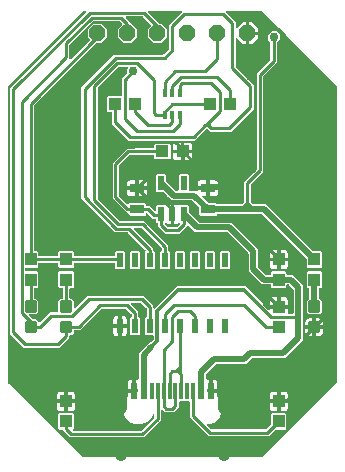
<source format=gbr>
G04 EAGLE Gerber RS-274X export*
G75*
%MOMM*%
%FSLAX34Y34*%
%LPD*%
%INTop Copper*%
%IPPOS*%
%AMOC8*
5,1,8,0,0,1.08239X$1,22.5*%
G01*
%ADD10R,1.000000X1.100000*%
%ADD11R,0.600000X1.200000*%
%ADD12R,1.100000X1.000000*%
%ADD13R,0.300000X0.660000*%
%ADD14P,1.451614X8X112.500000*%
%ADD15R,0.600000X1.450000*%
%ADD16R,0.300000X1.450000*%
%ADD17C,1.000000*%
%ADD18R,1.200000X0.800000*%
%ADD19R,0.550000X1.200000*%
%ADD20C,0.300000*%
%ADD21C,0.152400*%
%ADD22C,0.508000*%
%ADD23C,0.254000*%
%ADD24C,0.756400*%
%ADD25C,0.355600*%

G36*
X225250Y10937D02*
X225250Y10937D01*
X225341Y10945D01*
X225371Y10957D01*
X225403Y10962D01*
X225484Y11005D01*
X225568Y11041D01*
X225600Y11067D01*
X225620Y11078D01*
X225643Y11101D01*
X225699Y11146D01*
X288854Y74301D01*
X288907Y74375D01*
X288967Y74445D01*
X288979Y74475D01*
X288998Y74501D01*
X289025Y74588D01*
X289059Y74673D01*
X289063Y74714D01*
X289070Y74736D01*
X289069Y74768D01*
X289077Y74840D01*
X289077Y325160D01*
X289063Y325250D01*
X289055Y325341D01*
X289043Y325371D01*
X289038Y325403D01*
X288995Y325484D01*
X288959Y325568D01*
X288933Y325600D01*
X288922Y325620D01*
X288899Y325643D01*
X288854Y325699D01*
X225699Y388854D01*
X225625Y388907D01*
X225555Y388967D01*
X225525Y388979D01*
X225499Y388998D01*
X225412Y389025D01*
X225327Y389059D01*
X225286Y389063D01*
X225264Y389070D01*
X225232Y389069D01*
X225160Y389077D01*
X195833Y389077D01*
X195762Y389066D01*
X195690Y389064D01*
X195641Y389046D01*
X195590Y389038D01*
X195527Y389004D01*
X195459Y388979D01*
X195419Y388947D01*
X195373Y388922D01*
X195323Y388870D01*
X195267Y388826D01*
X195239Y388782D01*
X195203Y388744D01*
X195173Y388679D01*
X195134Y388619D01*
X195122Y388568D01*
X195100Y388521D01*
X195092Y388450D01*
X195074Y388380D01*
X195078Y388328D01*
X195073Y388277D01*
X195088Y388206D01*
X195093Y388135D01*
X195114Y388087D01*
X195125Y388036D01*
X195162Y387975D01*
X195190Y387909D01*
X195235Y387853D01*
X195251Y387825D01*
X195269Y387810D01*
X195295Y387778D01*
X201595Y381478D01*
X203455Y379618D01*
X203455Y374869D01*
X203466Y374798D01*
X203468Y374726D01*
X203486Y374677D01*
X203494Y374626D01*
X203528Y374563D01*
X203553Y374495D01*
X203585Y374455D01*
X203610Y374409D01*
X203662Y374359D01*
X203706Y374303D01*
X203750Y374275D01*
X203788Y374239D01*
X203853Y374209D01*
X203913Y374170D01*
X203964Y374158D01*
X204011Y374136D01*
X204082Y374128D01*
X204152Y374110D01*
X204204Y374114D01*
X204255Y374109D01*
X204326Y374124D01*
X204397Y374129D01*
X204445Y374150D01*
X204496Y374161D01*
X204557Y374198D01*
X204623Y374226D01*
X204679Y374270D01*
X204707Y374287D01*
X204722Y374305D01*
X204754Y374331D01*
X209670Y379246D01*
X211977Y379246D01*
X211977Y370762D01*
X211980Y370742D01*
X211978Y370723D01*
X212000Y370621D01*
X212017Y370519D01*
X212026Y370502D01*
X212030Y370482D01*
X212083Y370393D01*
X212132Y370302D01*
X212146Y370288D01*
X212156Y370271D01*
X212235Y370204D01*
X212310Y370133D01*
X212328Y370124D01*
X212343Y370111D01*
X212439Y370073D01*
X212533Y370029D01*
X212553Y370027D01*
X212571Y370019D01*
X212738Y370001D01*
X213501Y370001D01*
X213501Y369999D01*
X212738Y369999D01*
X212718Y369996D01*
X212699Y369998D01*
X212597Y369976D01*
X212495Y369959D01*
X212478Y369950D01*
X212458Y369946D01*
X212369Y369893D01*
X212278Y369844D01*
X212264Y369830D01*
X212247Y369820D01*
X212180Y369741D01*
X212109Y369666D01*
X212100Y369648D01*
X212087Y369633D01*
X212048Y369537D01*
X212005Y369443D01*
X212003Y369423D01*
X211995Y369405D01*
X211977Y369238D01*
X211977Y360754D01*
X209670Y360754D01*
X204754Y365669D01*
X204696Y365711D01*
X204644Y365761D01*
X204597Y365783D01*
X204555Y365813D01*
X204486Y365834D01*
X204421Y365864D01*
X204369Y365870D01*
X204319Y365885D01*
X204248Y365884D01*
X204177Y365891D01*
X204126Y365880D01*
X204074Y365879D01*
X204006Y365854D01*
X203936Y365839D01*
X203891Y365812D01*
X203843Y365795D01*
X203787Y365750D01*
X203725Y365713D01*
X203691Y365673D01*
X203651Y365641D01*
X203612Y365581D01*
X203565Y365526D01*
X203546Y365478D01*
X203518Y365434D01*
X203500Y365364D01*
X203473Y365298D01*
X203465Y365227D01*
X203457Y365195D01*
X203459Y365172D01*
X203455Y365131D01*
X203455Y341833D01*
X203469Y341743D01*
X203477Y341652D01*
X203489Y341622D01*
X203494Y341590D01*
X203537Y341509D01*
X203573Y341426D01*
X203599Y341393D01*
X203610Y341373D01*
X203633Y341351D01*
X203678Y341295D01*
X216835Y328138D01*
X218695Y326278D01*
X218695Y306182D01*
X199278Y286765D01*
X181722Y286765D01*
X179862Y288625D01*
X179786Y288701D01*
X179734Y288754D01*
X179718Y288765D01*
X179705Y288781D01*
X179618Y288837D01*
X179534Y288897D01*
X179515Y288903D01*
X179498Y288914D01*
X179398Y288939D01*
X179299Y288970D01*
X179279Y288969D01*
X179260Y288974D01*
X179157Y288966D01*
X179053Y288963D01*
X179035Y288956D01*
X179015Y288955D01*
X178920Y288914D01*
X178822Y288879D01*
X178807Y288866D01*
X178788Y288859D01*
X178657Y288754D01*
X169049Y279145D01*
X113142Y279145D01*
X98705Y293582D01*
X98705Y302714D01*
X98702Y302734D01*
X98704Y302753D01*
X98682Y302855D01*
X98666Y302957D01*
X98656Y302974D01*
X98652Y302994D01*
X98599Y303083D01*
X98550Y303174D01*
X98536Y303188D01*
X98526Y303205D01*
X98447Y303272D01*
X98372Y303344D01*
X98354Y303352D01*
X98339Y303365D01*
X98243Y303404D01*
X98149Y303447D01*
X98129Y303449D01*
X98111Y303457D01*
X97944Y303475D01*
X95368Y303475D01*
X94475Y304368D01*
X94475Y315632D01*
X95368Y316525D01*
X106238Y316525D01*
X106258Y316528D01*
X106277Y316526D01*
X106379Y316548D01*
X106481Y316564D01*
X106498Y316574D01*
X106518Y316578D01*
X106607Y316631D01*
X106698Y316680D01*
X106712Y316694D01*
X106729Y316704D01*
X106796Y316783D01*
X106868Y316858D01*
X106876Y316876D01*
X106889Y316891D01*
X106928Y316987D01*
X106971Y317081D01*
X106973Y317101D01*
X106981Y317119D01*
X106999Y317286D01*
X106999Y331932D01*
X111310Y336243D01*
X111363Y336317D01*
X111423Y336386D01*
X111435Y336416D01*
X111454Y336442D01*
X111481Y336529D01*
X111515Y336614D01*
X111519Y336655D01*
X111526Y336677D01*
X111525Y336710D01*
X111533Y336781D01*
X111533Y340018D01*
X112099Y340584D01*
X112141Y340642D01*
X112190Y340694D01*
X112212Y340741D01*
X112242Y340783D01*
X112264Y340852D01*
X112294Y340917D01*
X112299Y340969D01*
X112315Y341019D01*
X112313Y341090D01*
X112321Y341161D01*
X112310Y341212D01*
X112308Y341264D01*
X112284Y341332D01*
X112269Y341402D01*
X112242Y341447D01*
X112224Y341495D01*
X112179Y341551D01*
X112142Y341613D01*
X112103Y341647D01*
X112070Y341687D01*
X112010Y341726D01*
X111955Y341773D01*
X111907Y341792D01*
X111863Y341820D01*
X111794Y341838D01*
X111727Y341865D01*
X111656Y341873D01*
X111625Y341881D01*
X111602Y341879D01*
X111561Y341883D01*
X104851Y341883D01*
X104761Y341869D01*
X104670Y341861D01*
X104640Y341849D01*
X104608Y341844D01*
X104528Y341801D01*
X104444Y341765D01*
X104412Y341739D01*
X104391Y341728D01*
X104369Y341705D01*
X104313Y341660D01*
X86838Y324185D01*
X86785Y324111D01*
X86725Y324042D01*
X86713Y324012D01*
X86694Y323986D01*
X86667Y323899D01*
X86633Y323814D01*
X86629Y323773D01*
X86622Y323751D01*
X86623Y323718D01*
X86615Y323647D01*
X86615Y230073D01*
X86629Y229983D01*
X86637Y229892D01*
X86649Y229862D01*
X86654Y229830D01*
X86697Y229750D01*
X86733Y229666D01*
X86759Y229634D01*
X86770Y229613D01*
X86793Y229591D01*
X86838Y229535D01*
X105075Y211298D01*
X105149Y211245D01*
X105218Y211185D01*
X105248Y211173D01*
X105274Y211154D01*
X105361Y211127D01*
X105446Y211093D01*
X105487Y211089D01*
X105509Y211082D01*
X105542Y211083D01*
X105613Y211075D01*
X125872Y211075D01*
X146445Y190502D01*
X146445Y186286D01*
X146448Y186266D01*
X146446Y186247D01*
X146468Y186145D01*
X146484Y186043D01*
X146494Y186026D01*
X146498Y186006D01*
X146551Y185917D01*
X146600Y185826D01*
X146614Y185812D01*
X146624Y185795D01*
X146703Y185728D01*
X146778Y185656D01*
X146796Y185648D01*
X146811Y185635D01*
X146907Y185596D01*
X147001Y185553D01*
X147021Y185551D01*
X147039Y185543D01*
X147206Y185525D01*
X147282Y185525D01*
X148175Y184632D01*
X148175Y171368D01*
X147282Y170475D01*
X140018Y170475D01*
X139125Y171368D01*
X139125Y184632D01*
X140018Y185525D01*
X140094Y185525D01*
X140114Y185528D01*
X140133Y185526D01*
X140235Y185548D01*
X140337Y185564D01*
X140354Y185574D01*
X140374Y185578D01*
X140463Y185631D01*
X140554Y185680D01*
X140568Y185694D01*
X140585Y185704D01*
X140652Y185783D01*
X140724Y185858D01*
X140732Y185876D01*
X140745Y185891D01*
X140784Y185987D01*
X140827Y186081D01*
X140829Y186101D01*
X140837Y186119D01*
X140855Y186286D01*
X140855Y187871D01*
X140841Y187961D01*
X140833Y188052D01*
X140821Y188082D01*
X140816Y188114D01*
X140773Y188194D01*
X140737Y188278D01*
X140711Y188310D01*
X140700Y188331D01*
X140677Y188353D01*
X140632Y188409D01*
X123779Y205262D01*
X123705Y205315D01*
X123636Y205375D01*
X123606Y205387D01*
X123580Y205406D01*
X123493Y205433D01*
X123408Y205467D01*
X123367Y205471D01*
X123345Y205478D01*
X123312Y205477D01*
X123241Y205485D01*
X117805Y205485D01*
X117734Y205474D01*
X117662Y205472D01*
X117613Y205454D01*
X117562Y205446D01*
X117499Y205412D01*
X117431Y205387D01*
X117391Y205355D01*
X117345Y205330D01*
X117295Y205278D01*
X117239Y205234D01*
X117211Y205190D01*
X117175Y205152D01*
X117145Y205087D01*
X117106Y205027D01*
X117094Y204976D01*
X117072Y204929D01*
X117064Y204858D01*
X117046Y204788D01*
X117050Y204736D01*
X117045Y204685D01*
X117060Y204614D01*
X117065Y204543D01*
X117086Y204495D01*
X117097Y204444D01*
X117134Y204383D01*
X117162Y204317D01*
X117207Y204261D01*
X117223Y204233D01*
X117241Y204218D01*
X117267Y204186D01*
X124938Y196515D01*
X133745Y187708D01*
X133745Y186286D01*
X133748Y186266D01*
X133746Y186247D01*
X133768Y186145D01*
X133784Y186043D01*
X133794Y186026D01*
X133798Y186006D01*
X133851Y185917D01*
X133900Y185826D01*
X133914Y185812D01*
X133924Y185795D01*
X134003Y185728D01*
X134078Y185656D01*
X134096Y185648D01*
X134111Y185635D01*
X134207Y185596D01*
X134301Y185553D01*
X134321Y185551D01*
X134339Y185543D01*
X134506Y185525D01*
X134582Y185525D01*
X135475Y184632D01*
X135475Y171368D01*
X134582Y170475D01*
X127318Y170475D01*
X126425Y171368D01*
X126425Y184632D01*
X127132Y185339D01*
X127144Y185355D01*
X127160Y185367D01*
X127216Y185455D01*
X127276Y185538D01*
X127282Y185557D01*
X127293Y185574D01*
X127318Y185675D01*
X127348Y185773D01*
X127348Y185793D01*
X127353Y185813D01*
X127345Y185916D01*
X127342Y186019D01*
X127335Y186038D01*
X127334Y186058D01*
X127293Y186153D01*
X127257Y186250D01*
X127245Y186266D01*
X127237Y186284D01*
X127132Y186415D01*
X112349Y201198D01*
X112275Y201251D01*
X112206Y201311D01*
X112176Y201323D01*
X112150Y201342D01*
X112063Y201369D01*
X111978Y201403D01*
X111937Y201407D01*
X111915Y201414D01*
X111882Y201413D01*
X111811Y201421D01*
X101299Y201421D01*
X72897Y229823D01*
X72897Y324246D01*
X100696Y352045D01*
X142037Y352045D01*
X142127Y352059D01*
X142218Y352067D01*
X142248Y352079D01*
X142280Y352084D01*
X142360Y352127D01*
X142444Y352163D01*
X142476Y352189D01*
X142497Y352200D01*
X142519Y352223D01*
X142575Y352268D01*
X146842Y356535D01*
X146895Y356609D01*
X146955Y356678D01*
X146967Y356708D01*
X146986Y356734D01*
X147013Y356821D01*
X147047Y356906D01*
X147051Y356947D01*
X147058Y356969D01*
X147057Y357002D01*
X147065Y357073D01*
X147065Y377078D01*
X157002Y387015D01*
X157765Y387778D01*
X157807Y387836D01*
X157857Y387888D01*
X157879Y387935D01*
X157909Y387977D01*
X157930Y388046D01*
X157960Y388111D01*
X157966Y388163D01*
X157981Y388213D01*
X157979Y388284D01*
X157987Y388355D01*
X157976Y388406D01*
X157975Y388458D01*
X157950Y388526D01*
X157935Y388596D01*
X157908Y388641D01*
X157890Y388689D01*
X157846Y388745D01*
X157809Y388807D01*
X157769Y388841D01*
X157737Y388881D01*
X157676Y388920D01*
X157622Y388967D01*
X157574Y388986D01*
X157530Y389014D01*
X157460Y389032D01*
X157394Y389059D01*
X157323Y389067D01*
X157291Y389075D01*
X157268Y389073D01*
X157227Y389077D01*
X129793Y389077D01*
X129722Y389066D01*
X129650Y389064D01*
X129601Y389046D01*
X129550Y389038D01*
X129487Y389004D01*
X129419Y388979D01*
X129379Y388947D01*
X129333Y388922D01*
X129283Y388871D01*
X129227Y388826D01*
X129199Y388782D01*
X129163Y388744D01*
X129133Y388679D01*
X129094Y388619D01*
X129082Y388568D01*
X129060Y388521D01*
X129052Y388450D01*
X129034Y388380D01*
X129038Y388328D01*
X129033Y388277D01*
X129048Y388206D01*
X129053Y388135D01*
X129074Y388087D01*
X129085Y388036D01*
X129122Y387975D01*
X129150Y387909D01*
X129195Y387853D01*
X129211Y387825D01*
X129229Y387810D01*
X129255Y387778D01*
X138579Y378453D01*
X138653Y378400D01*
X138722Y378341D01*
X138753Y378329D01*
X138779Y378310D01*
X138866Y378283D01*
X138951Y378249D01*
X138992Y378244D01*
X139014Y378237D01*
X139046Y378238D01*
X139117Y378230D01*
X140709Y378230D01*
X145530Y373409D01*
X145530Y366591D01*
X140709Y361770D01*
X133891Y361770D01*
X129070Y366591D01*
X129070Y373409D01*
X131856Y376195D01*
X131867Y376211D01*
X131883Y376224D01*
X131939Y376311D01*
X131999Y376395D01*
X132005Y376414D01*
X132016Y376431D01*
X132041Y376531D01*
X132072Y376630D01*
X132071Y376650D01*
X132076Y376669D01*
X132068Y376772D01*
X132065Y376876D01*
X132058Y376895D01*
X132057Y376915D01*
X132017Y377009D01*
X131981Y377107D01*
X131968Y377123D01*
X131961Y377141D01*
X131856Y377272D01*
X125049Y384078D01*
X124975Y384131D01*
X124906Y384191D01*
X124876Y384203D01*
X124850Y384222D01*
X124763Y384249D01*
X124678Y384283D01*
X124637Y384287D01*
X124615Y384294D01*
X124582Y384293D01*
X124511Y384301D01*
X111201Y384301D01*
X111130Y384290D01*
X111058Y384288D01*
X111009Y384270D01*
X110958Y384262D01*
X110895Y384228D01*
X110827Y384203D01*
X110787Y384171D01*
X110741Y384146D01*
X110691Y384094D01*
X110635Y384050D01*
X110607Y384006D01*
X110571Y383968D01*
X110541Y383903D01*
X110502Y383843D01*
X110490Y383792D01*
X110468Y383745D01*
X110460Y383674D01*
X110442Y383604D01*
X110446Y383552D01*
X110441Y383501D01*
X110456Y383430D01*
X110461Y383359D01*
X110482Y383311D01*
X110493Y383260D01*
X110530Y383199D01*
X110558Y383133D01*
X110603Y383077D01*
X110619Y383049D01*
X110637Y383034D01*
X110663Y383002D01*
X112835Y380830D01*
X114697Y378967D01*
X114696Y378952D01*
X114718Y378851D01*
X114734Y378749D01*
X114744Y378731D01*
X114748Y378712D01*
X114801Y378623D01*
X114850Y378531D01*
X114864Y378518D01*
X114874Y378501D01*
X114953Y378433D01*
X115028Y378362D01*
X115046Y378354D01*
X115061Y378341D01*
X115157Y378302D01*
X115251Y378258D01*
X115271Y378256D01*
X115289Y378249D01*
X115291Y378249D01*
X120130Y373409D01*
X120130Y366591D01*
X115309Y361770D01*
X108491Y361770D01*
X103670Y366591D01*
X103670Y373409D01*
X107472Y377211D01*
X107483Y377227D01*
X107499Y377240D01*
X107555Y377327D01*
X107615Y377411D01*
X107621Y377430D01*
X107632Y377447D01*
X107657Y377547D01*
X107688Y377646D01*
X107687Y377666D01*
X107692Y377685D01*
X107684Y377788D01*
X107681Y377892D01*
X107674Y377911D01*
X107673Y377931D01*
X107633Y378025D01*
X107597Y378123D01*
X107584Y378139D01*
X107577Y378157D01*
X107472Y378288D01*
X105745Y380014D01*
X105671Y380067D01*
X105602Y380127D01*
X105572Y380139D01*
X105546Y380158D01*
X105458Y380185D01*
X105374Y380219D01*
X105333Y380223D01*
X105311Y380230D01*
X105278Y380229D01*
X105207Y380237D01*
X82912Y380237D01*
X82822Y380223D01*
X82731Y380215D01*
X82702Y380203D01*
X82670Y380198D01*
X82589Y380155D01*
X82505Y380119D01*
X82473Y380093D01*
X82452Y380082D01*
X82430Y380059D01*
X82374Y380014D01*
X63018Y360658D01*
X62965Y360584D01*
X62905Y360515D01*
X62893Y360484D01*
X62874Y360458D01*
X62847Y360371D01*
X62813Y360286D01*
X62809Y360245D01*
X62802Y360223D01*
X62803Y360191D01*
X62795Y360120D01*
X62795Y348585D01*
X62806Y348514D01*
X62808Y348442D01*
X62826Y348393D01*
X62834Y348342D01*
X62868Y348279D01*
X62893Y348211D01*
X62925Y348171D01*
X62950Y348125D01*
X63001Y348075D01*
X63046Y348019D01*
X63090Y347991D01*
X63128Y347955D01*
X63193Y347925D01*
X63253Y347886D01*
X63304Y347874D01*
X63351Y347852D01*
X63422Y347844D01*
X63492Y347826D01*
X63544Y347830D01*
X63595Y347825D01*
X63666Y347840D01*
X63737Y347845D01*
X63785Y347866D01*
X63836Y347877D01*
X63897Y347914D01*
X63963Y347942D01*
X64019Y347987D01*
X64047Y348003D01*
X64062Y348021D01*
X64094Y348047D01*
X79916Y363868D01*
X79927Y363884D01*
X79943Y363897D01*
X79999Y363984D01*
X80059Y364068D01*
X80065Y364087D01*
X80076Y364104D01*
X80101Y364204D01*
X80132Y364303D01*
X80131Y364323D01*
X80136Y364342D01*
X80128Y364445D01*
X80125Y364549D01*
X80118Y364568D01*
X80117Y364587D01*
X80077Y364682D01*
X80041Y364780D01*
X80028Y364796D01*
X80021Y364814D01*
X79916Y364945D01*
X78270Y366591D01*
X78270Y373409D01*
X83091Y378230D01*
X89909Y378230D01*
X94730Y373409D01*
X94730Y366591D01*
X89909Y361770D01*
X86037Y361770D01*
X85947Y361755D01*
X85856Y361748D01*
X85827Y361735D01*
X85795Y361730D01*
X85714Y361687D01*
X85630Y361652D01*
X85598Y361626D01*
X85577Y361615D01*
X85555Y361591D01*
X85499Y361547D01*
X33018Y309065D01*
X32965Y308991D01*
X32905Y308922D01*
X32893Y308892D01*
X32874Y308866D01*
X32847Y308779D01*
X32813Y308694D01*
X32809Y308653D01*
X32802Y308631D01*
X32803Y308598D01*
X32795Y308527D01*
X32795Y186286D01*
X32798Y186266D01*
X32796Y186247D01*
X32818Y186145D01*
X32834Y186043D01*
X32844Y186026D01*
X32848Y186006D01*
X32901Y185917D01*
X32950Y185826D01*
X32964Y185812D01*
X32974Y185795D01*
X33053Y185728D01*
X33128Y185656D01*
X33146Y185648D01*
X33161Y185635D01*
X33257Y185596D01*
X33351Y185553D01*
X33371Y185551D01*
X33389Y185543D01*
X33556Y185525D01*
X35632Y185525D01*
X36525Y184632D01*
X36525Y182056D01*
X36528Y182036D01*
X36526Y182017D01*
X36548Y181915D01*
X36564Y181813D01*
X36574Y181796D01*
X36578Y181776D01*
X36631Y181687D01*
X36680Y181596D01*
X36694Y181582D01*
X36704Y181565D01*
X36783Y181498D01*
X36858Y181426D01*
X36876Y181418D01*
X36891Y181405D01*
X36987Y181366D01*
X37081Y181323D01*
X37101Y181321D01*
X37119Y181313D01*
X37286Y181295D01*
X52714Y181295D01*
X52734Y181298D01*
X52753Y181296D01*
X52855Y181318D01*
X52957Y181334D01*
X52974Y181344D01*
X52994Y181348D01*
X53083Y181401D01*
X53174Y181450D01*
X53188Y181464D01*
X53205Y181474D01*
X53272Y181553D01*
X53344Y181628D01*
X53352Y181646D01*
X53365Y181661D01*
X53404Y181757D01*
X53447Y181851D01*
X53449Y181871D01*
X53457Y181889D01*
X53475Y182056D01*
X53475Y184632D01*
X54368Y185525D01*
X65632Y185525D01*
X66525Y184632D01*
X66525Y182056D01*
X66528Y182036D01*
X66526Y182017D01*
X66548Y181915D01*
X66564Y181813D01*
X66574Y181796D01*
X66578Y181776D01*
X66631Y181687D01*
X66680Y181596D01*
X66694Y181582D01*
X66704Y181565D01*
X66783Y181498D01*
X66858Y181426D01*
X66876Y181418D01*
X66891Y181405D01*
X66987Y181366D01*
X67081Y181323D01*
X67101Y181321D01*
X67119Y181313D01*
X67286Y181295D01*
X100264Y181295D01*
X100284Y181298D01*
X100303Y181296D01*
X100405Y181318D01*
X100507Y181334D01*
X100524Y181344D01*
X100544Y181348D01*
X100633Y181401D01*
X100724Y181450D01*
X100738Y181464D01*
X100755Y181474D01*
X100822Y181553D01*
X100894Y181628D01*
X100902Y181646D01*
X100915Y181661D01*
X100954Y181757D01*
X100997Y181851D01*
X100999Y181871D01*
X101007Y181889D01*
X101025Y182056D01*
X101025Y184632D01*
X101918Y185525D01*
X109182Y185525D01*
X110075Y184632D01*
X110075Y171368D01*
X109182Y170475D01*
X101918Y170475D01*
X101025Y171368D01*
X101025Y174944D01*
X101022Y174964D01*
X101024Y174983D01*
X101002Y175085D01*
X100986Y175187D01*
X100976Y175204D01*
X100972Y175224D01*
X100919Y175313D01*
X100870Y175404D01*
X100856Y175418D01*
X100846Y175435D01*
X100767Y175502D01*
X100692Y175574D01*
X100674Y175582D01*
X100659Y175595D01*
X100563Y175634D01*
X100469Y175677D01*
X100449Y175679D01*
X100431Y175687D01*
X100264Y175705D01*
X67286Y175705D01*
X67266Y175702D01*
X67247Y175704D01*
X67145Y175682D01*
X67043Y175666D01*
X67026Y175656D01*
X67006Y175652D01*
X66917Y175599D01*
X66826Y175550D01*
X66812Y175536D01*
X66795Y175526D01*
X66728Y175447D01*
X66656Y175372D01*
X66648Y175354D01*
X66635Y175339D01*
X66596Y175243D01*
X66553Y175149D01*
X66551Y175129D01*
X66543Y175111D01*
X66525Y174944D01*
X66525Y172368D01*
X65632Y171475D01*
X54368Y171475D01*
X53475Y172368D01*
X53475Y174944D01*
X53472Y174964D01*
X53474Y174983D01*
X53452Y175085D01*
X53436Y175187D01*
X53426Y175204D01*
X53422Y175224D01*
X53369Y175313D01*
X53320Y175404D01*
X53306Y175418D01*
X53296Y175435D01*
X53217Y175502D01*
X53142Y175574D01*
X53124Y175582D01*
X53109Y175595D01*
X53013Y175634D01*
X52919Y175677D01*
X52899Y175679D01*
X52881Y175687D01*
X52714Y175705D01*
X37286Y175705D01*
X37266Y175702D01*
X37247Y175704D01*
X37145Y175682D01*
X37043Y175666D01*
X37026Y175656D01*
X37006Y175652D01*
X36917Y175599D01*
X36826Y175550D01*
X36812Y175536D01*
X36795Y175526D01*
X36728Y175447D01*
X36656Y175372D01*
X36648Y175354D01*
X36635Y175339D01*
X36596Y175243D01*
X36553Y175149D01*
X36551Y175129D01*
X36543Y175111D01*
X36525Y174944D01*
X36525Y172368D01*
X35632Y171475D01*
X25762Y171475D01*
X25742Y171472D01*
X25723Y171474D01*
X25621Y171452D01*
X25519Y171436D01*
X25502Y171426D01*
X25482Y171422D01*
X25393Y171369D01*
X25302Y171320D01*
X25288Y171306D01*
X25271Y171296D01*
X25204Y171217D01*
X25132Y171142D01*
X25124Y171124D01*
X25111Y171109D01*
X25072Y171013D01*
X25029Y170919D01*
X25027Y170899D01*
X25019Y170881D01*
X25001Y170714D01*
X25001Y169286D01*
X25004Y169266D01*
X25002Y169247D01*
X25024Y169145D01*
X25040Y169043D01*
X25050Y169026D01*
X25054Y169006D01*
X25107Y168917D01*
X25156Y168826D01*
X25170Y168812D01*
X25180Y168795D01*
X25259Y168728D01*
X25334Y168656D01*
X25352Y168648D01*
X25367Y168635D01*
X25463Y168596D01*
X25557Y168553D01*
X25577Y168551D01*
X25595Y168543D01*
X25762Y168525D01*
X35632Y168525D01*
X36525Y167632D01*
X36525Y155368D01*
X35632Y154475D01*
X33556Y154475D01*
X33536Y154472D01*
X33517Y154474D01*
X33415Y154452D01*
X33313Y154436D01*
X33296Y154426D01*
X33276Y154422D01*
X33187Y154369D01*
X33096Y154320D01*
X33082Y154306D01*
X33065Y154296D01*
X32998Y154217D01*
X32926Y154142D01*
X32918Y154124D01*
X32905Y154109D01*
X32866Y154013D01*
X32823Y153919D01*
X32821Y153899D01*
X32813Y153881D01*
X32795Y153714D01*
X32795Y146056D01*
X32798Y146036D01*
X32796Y146017D01*
X32818Y145915D01*
X32834Y145813D01*
X32844Y145796D01*
X32848Y145776D01*
X32901Y145687D01*
X32950Y145596D01*
X32964Y145582D01*
X32974Y145565D01*
X33053Y145498D01*
X33128Y145426D01*
X33146Y145418D01*
X33161Y145405D01*
X33257Y145366D01*
X33351Y145323D01*
X33371Y145321D01*
X33389Y145313D01*
X33556Y145295D01*
X34753Y145295D01*
X36525Y143523D01*
X36525Y134017D01*
X34753Y132245D01*
X29242Y132245D01*
X29172Y132234D01*
X29100Y132232D01*
X29051Y132214D01*
X29000Y132206D01*
X28936Y132172D01*
X28869Y132147D01*
X28828Y132115D01*
X28782Y132090D01*
X28733Y132039D01*
X28677Y131994D01*
X28649Y131950D01*
X28613Y131912D01*
X28583Y131847D01*
X28544Y131787D01*
X28531Y131736D01*
X28509Y131689D01*
X28501Y131618D01*
X28484Y131548D01*
X28488Y131496D01*
X28482Y131445D01*
X28497Y131374D01*
X28503Y131303D01*
X28523Y131255D01*
X28534Y131204D01*
X28571Y131143D01*
X28599Y131077D01*
X28644Y131021D01*
X28660Y130993D01*
X28678Y130978D01*
X28704Y130946D01*
X31672Y127978D01*
X31746Y127925D01*
X31815Y127865D01*
X31846Y127853D01*
X31872Y127834D01*
X31959Y127807D01*
X32044Y127773D01*
X32085Y127769D01*
X32107Y127762D01*
X32139Y127763D01*
X32210Y127755D01*
X34753Y127755D01*
X36551Y125956D01*
X36556Y125943D01*
X36564Y125892D01*
X36598Y125829D01*
X36623Y125761D01*
X36655Y125721D01*
X36680Y125675D01*
X36732Y125625D01*
X36776Y125569D01*
X36820Y125541D01*
X36858Y125505D01*
X36923Y125475D01*
X36983Y125436D01*
X37034Y125424D01*
X37081Y125402D01*
X37152Y125394D01*
X37222Y125376D01*
X37274Y125380D01*
X37325Y125375D01*
X37396Y125390D01*
X37467Y125395D01*
X37515Y125416D01*
X37566Y125427D01*
X37627Y125464D01*
X37693Y125492D01*
X37749Y125537D01*
X37777Y125553D01*
X37792Y125571D01*
X37824Y125597D01*
X45998Y133771D01*
X52714Y133771D01*
X52734Y133774D01*
X52753Y133772D01*
X52855Y133794D01*
X52957Y133810D01*
X52974Y133820D01*
X52994Y133824D01*
X53083Y133877D01*
X53174Y133926D01*
X53188Y133940D01*
X53205Y133950D01*
X53272Y134029D01*
X53344Y134104D01*
X53352Y134122D01*
X53365Y134137D01*
X53404Y134233D01*
X53447Y134327D01*
X53449Y134347D01*
X53457Y134365D01*
X53475Y134532D01*
X53475Y143523D01*
X55247Y145295D01*
X56444Y145295D01*
X56464Y145298D01*
X56483Y145296D01*
X56585Y145318D01*
X56687Y145334D01*
X56704Y145344D01*
X56724Y145348D01*
X56813Y145401D01*
X56904Y145450D01*
X56918Y145464D01*
X56935Y145474D01*
X57002Y145553D01*
X57074Y145628D01*
X57082Y145646D01*
X57095Y145661D01*
X57134Y145757D01*
X57177Y145851D01*
X57179Y145871D01*
X57187Y145889D01*
X57205Y146056D01*
X57205Y153714D01*
X57202Y153734D01*
X57204Y153753D01*
X57182Y153855D01*
X57166Y153957D01*
X57156Y153974D01*
X57152Y153994D01*
X57099Y154083D01*
X57050Y154174D01*
X57036Y154188D01*
X57026Y154205D01*
X56947Y154272D01*
X56872Y154344D01*
X56854Y154352D01*
X56839Y154365D01*
X56743Y154404D01*
X56649Y154447D01*
X56629Y154449D01*
X56611Y154457D01*
X56444Y154475D01*
X54368Y154475D01*
X53475Y155368D01*
X53475Y167632D01*
X54368Y168525D01*
X65632Y168525D01*
X66525Y167632D01*
X66525Y155368D01*
X65632Y154475D01*
X63556Y154475D01*
X63536Y154472D01*
X63517Y154474D01*
X63415Y154452D01*
X63313Y154436D01*
X63296Y154426D01*
X63276Y154422D01*
X63187Y154369D01*
X63096Y154320D01*
X63082Y154306D01*
X63065Y154296D01*
X62998Y154217D01*
X62926Y154142D01*
X62918Y154124D01*
X62905Y154109D01*
X62866Y154013D01*
X62823Y153919D01*
X62821Y153899D01*
X62813Y153881D01*
X62795Y153714D01*
X62795Y146056D01*
X62798Y146036D01*
X62796Y146017D01*
X62818Y145915D01*
X62834Y145813D01*
X62844Y145796D01*
X62848Y145776D01*
X62901Y145687D01*
X62950Y145596D01*
X62964Y145582D01*
X62974Y145565D01*
X63053Y145498D01*
X63128Y145426D01*
X63146Y145418D01*
X63161Y145405D01*
X63257Y145366D01*
X63351Y145323D01*
X63371Y145321D01*
X63389Y145313D01*
X63556Y145295D01*
X64753Y145295D01*
X66525Y143523D01*
X66525Y138012D01*
X66536Y137942D01*
X66538Y137870D01*
X66556Y137821D01*
X66564Y137770D01*
X66598Y137706D01*
X66623Y137639D01*
X66655Y137598D01*
X66680Y137552D01*
X66732Y137503D01*
X66776Y137447D01*
X66820Y137419D01*
X66858Y137383D01*
X66923Y137353D01*
X66983Y137314D01*
X67034Y137301D01*
X67081Y137279D01*
X67152Y137271D01*
X67222Y137254D01*
X67274Y137258D01*
X67325Y137252D01*
X67396Y137267D01*
X67467Y137273D01*
X67515Y137293D01*
X67566Y137304D01*
X67627Y137341D01*
X67693Y137369D01*
X67749Y137414D01*
X67777Y137430D01*
X67792Y137448D01*
X67824Y137474D01*
X76065Y145715D01*
X77925Y147575D01*
X125618Y147575D01*
X133745Y139448D01*
X133745Y137713D01*
X133756Y137643D01*
X133758Y137571D01*
X133776Y137522D01*
X133784Y137471D01*
X133818Y137407D01*
X133843Y137340D01*
X133875Y137299D01*
X133900Y137253D01*
X133952Y137204D01*
X133996Y137148D01*
X134040Y137120D01*
X134078Y137084D01*
X134143Y137054D01*
X134203Y137015D01*
X134254Y137002D01*
X134301Y136980D01*
X134372Y136972D01*
X134442Y136955D01*
X134494Y136959D01*
X134545Y136953D01*
X134616Y136968D01*
X134687Y136974D01*
X134735Y136994D01*
X134786Y137005D01*
X134847Y137042D01*
X134913Y137070D01*
X134969Y137115D01*
X134997Y137132D01*
X135012Y137149D01*
X135044Y137175D01*
X153572Y155703D01*
X212188Y155703D01*
X226823Y141068D01*
X226823Y140665D01*
X226837Y140575D01*
X226845Y140484D01*
X226857Y140454D01*
X226862Y140422D01*
X226905Y140342D01*
X226941Y140258D01*
X226967Y140226D01*
X226978Y140205D01*
X227001Y140183D01*
X227046Y140127D01*
X231160Y136013D01*
X231218Y135971D01*
X231270Y135921D01*
X231317Y135899D01*
X231359Y135869D01*
X231428Y135848D01*
X231493Y135818D01*
X231545Y135812D01*
X231595Y135797D01*
X231666Y135799D01*
X231737Y135791D01*
X231788Y135802D01*
X231840Y135803D01*
X231908Y135828D01*
X231978Y135843D01*
X232023Y135870D01*
X232071Y135888D01*
X232127Y135932D01*
X232189Y135969D01*
X232223Y136009D01*
X232263Y136041D01*
X232302Y136102D01*
X232349Y136156D01*
X232368Y136204D01*
X232396Y136248D01*
X232414Y136318D01*
X232441Y136384D01*
X232449Y136456D01*
X232457Y136487D01*
X232455Y136510D01*
X232459Y136551D01*
X232459Y136977D01*
X239238Y136977D01*
X239258Y136980D01*
X239277Y136978D01*
X239379Y137000D01*
X239481Y137017D01*
X239498Y137026D01*
X239518Y137030D01*
X239607Y137083D01*
X239698Y137132D01*
X239712Y137146D01*
X239729Y137156D01*
X239796Y137235D01*
X239867Y137310D01*
X239876Y137328D01*
X239889Y137343D01*
X239928Y137439D01*
X239971Y137533D01*
X239973Y137553D01*
X239981Y137571D01*
X239999Y137738D01*
X239999Y138501D01*
X240001Y138501D01*
X240001Y137738D01*
X240004Y137718D01*
X240002Y137699D01*
X240024Y137597D01*
X240041Y137495D01*
X240050Y137478D01*
X240054Y137458D01*
X240107Y137369D01*
X240156Y137278D01*
X240170Y137264D01*
X240180Y137247D01*
X240259Y137180D01*
X240334Y137109D01*
X240352Y137100D01*
X240367Y137087D01*
X240463Y137048D01*
X240557Y137005D01*
X240577Y137003D01*
X240595Y136995D01*
X240762Y136977D01*
X247541Y136977D01*
X247541Y133096D01*
X247544Y133076D01*
X247542Y133057D01*
X247564Y132955D01*
X247580Y132853D01*
X247590Y132836D01*
X247594Y132816D01*
X247647Y132727D01*
X247696Y132636D01*
X247710Y132622D01*
X247720Y132605D01*
X247799Y132538D01*
X247874Y132466D01*
X247892Y132458D01*
X247907Y132445D01*
X248003Y132406D01*
X248097Y132363D01*
X248117Y132361D01*
X248135Y132353D01*
X248302Y132335D01*
X251714Y132335D01*
X251734Y132338D01*
X251753Y132336D01*
X251855Y132358D01*
X251957Y132374D01*
X251974Y132384D01*
X251994Y132388D01*
X252083Y132441D01*
X252174Y132490D01*
X252188Y132504D01*
X252205Y132514D01*
X252272Y132593D01*
X252344Y132668D01*
X252352Y132686D01*
X252365Y132701D01*
X252404Y132797D01*
X252447Y132891D01*
X252449Y132911D01*
X252457Y132929D01*
X252475Y133096D01*
X252475Y152941D01*
X252461Y153031D01*
X252453Y153122D01*
X252441Y153152D01*
X252436Y153184D01*
X252393Y153264D01*
X252357Y153348D01*
X252331Y153380D01*
X252320Y153401D01*
X252297Y153423D01*
X252252Y153479D01*
X248519Y157212D01*
X248445Y157265D01*
X248376Y157325D01*
X248346Y157337D01*
X248320Y157356D01*
X248233Y157383D01*
X248148Y157417D01*
X248107Y157421D01*
X248084Y157428D01*
X248052Y157427D01*
X247981Y157435D01*
X247286Y157435D01*
X247266Y157432D01*
X247247Y157434D01*
X247145Y157412D01*
X247043Y157396D01*
X247026Y157386D01*
X247006Y157382D01*
X246917Y157329D01*
X246826Y157280D01*
X246812Y157266D01*
X246795Y157256D01*
X246728Y157177D01*
X246656Y157102D01*
X246648Y157084D01*
X246635Y157069D01*
X246596Y156973D01*
X246553Y156879D01*
X246551Y156859D01*
X246543Y156841D01*
X246525Y156674D01*
X246525Y155368D01*
X245632Y154475D01*
X234368Y154475D01*
X233475Y155368D01*
X233475Y156674D01*
X233472Y156694D01*
X233474Y156713D01*
X233452Y156815D01*
X233436Y156917D01*
X233426Y156934D01*
X233422Y156954D01*
X233369Y157043D01*
X233320Y157134D01*
X233306Y157148D01*
X233296Y157165D01*
X233217Y157232D01*
X233142Y157304D01*
X233124Y157312D01*
X233109Y157325D01*
X233013Y157364D01*
X232919Y157407D01*
X232899Y157409D01*
X232881Y157417D01*
X232714Y157435D01*
X225436Y157435D01*
X214375Y168496D01*
X214375Y183421D01*
X214361Y183511D01*
X214353Y183602D01*
X214341Y183632D01*
X214336Y183664D01*
X214293Y183744D01*
X214257Y183828D01*
X214231Y183860D01*
X214220Y183881D01*
X214197Y183903D01*
X214152Y183959D01*
X196659Y201452D01*
X196585Y201505D01*
X196516Y201565D01*
X196486Y201577D01*
X196460Y201596D01*
X196373Y201623D01*
X196288Y201657D01*
X196247Y201661D01*
X196224Y201668D01*
X196192Y201667D01*
X196121Y201675D01*
X169075Y201675D01*
X166471Y204279D01*
X163760Y206991D01*
X163744Y207002D01*
X163731Y207018D01*
X163644Y207074D01*
X163560Y207134D01*
X163541Y207140D01*
X163524Y207151D01*
X163424Y207176D01*
X163325Y207207D01*
X163305Y207206D01*
X163286Y207211D01*
X163183Y207203D01*
X163079Y207200D01*
X163060Y207194D01*
X163040Y207192D01*
X162946Y207152D01*
X162848Y207116D01*
X162832Y207103D01*
X162814Y207096D01*
X162683Y206991D01*
X160955Y205262D01*
X156098Y200405D01*
X143622Y200405D01*
X137705Y206322D01*
X137705Y208713D01*
X137702Y208733D01*
X137704Y208752D01*
X137682Y208854D01*
X137666Y208956D01*
X137656Y208973D01*
X137652Y208993D01*
X137599Y209082D01*
X137550Y209173D01*
X137536Y209187D01*
X137526Y209204D01*
X137447Y209271D01*
X137372Y209343D01*
X137354Y209351D01*
X137339Y209364D01*
X137243Y209403D01*
X137149Y209446D01*
X137146Y209446D01*
X136225Y210367D01*
X136225Y212344D01*
X136222Y212364D01*
X136224Y212383D01*
X136202Y212485D01*
X136186Y212587D01*
X136176Y212604D01*
X136172Y212624D01*
X136119Y212713D01*
X136070Y212804D01*
X136056Y212818D01*
X136046Y212835D01*
X135967Y212902D01*
X135892Y212974D01*
X135874Y212982D01*
X135859Y212995D01*
X135763Y213034D01*
X135669Y213077D01*
X135649Y213079D01*
X135631Y213087D01*
X135464Y213105D01*
X133462Y213105D01*
X128824Y217743D01*
X128766Y217785D01*
X128714Y217835D01*
X128667Y217857D01*
X128625Y217887D01*
X128556Y217908D01*
X128491Y217938D01*
X128439Y217944D01*
X128389Y217959D01*
X128318Y217957D01*
X128247Y217965D01*
X128196Y217954D01*
X128144Y217953D01*
X128076Y217928D01*
X128006Y217913D01*
X127961Y217886D01*
X127913Y217868D01*
X127857Y217824D01*
X127795Y217787D01*
X127761Y217747D01*
X127721Y217715D01*
X127682Y217654D01*
X127635Y217600D01*
X127616Y217552D01*
X127588Y217508D01*
X127570Y217438D01*
X127543Y217372D01*
X127535Y217300D01*
X127527Y217269D01*
X127529Y217246D01*
X127525Y217205D01*
X127525Y216368D01*
X126632Y215475D01*
X113368Y215475D01*
X112475Y216368D01*
X112475Y217444D01*
X112472Y217464D01*
X112474Y217483D01*
X112452Y217585D01*
X112436Y217687D01*
X112426Y217704D01*
X112422Y217724D01*
X112369Y217813D01*
X112320Y217904D01*
X112306Y217918D01*
X112296Y217935D01*
X112217Y218002D01*
X112142Y218074D01*
X112124Y218082D01*
X112109Y218095D01*
X112013Y218134D01*
X111919Y218177D01*
X111899Y218179D01*
X111881Y218187D01*
X111714Y218205D01*
X110582Y218205D01*
X98805Y229982D01*
X98805Y260238D01*
X111362Y272795D01*
X133714Y272795D01*
X133734Y272798D01*
X133753Y272796D01*
X133855Y272818D01*
X133957Y272834D01*
X133974Y272844D01*
X133994Y272848D01*
X134083Y272901D01*
X134174Y272950D01*
X134188Y272964D01*
X134205Y272974D01*
X134272Y273053D01*
X134344Y273128D01*
X134352Y273146D01*
X134365Y273161D01*
X134404Y273257D01*
X134447Y273351D01*
X134449Y273371D01*
X134457Y273389D01*
X134475Y273556D01*
X134475Y275632D01*
X135368Y276525D01*
X147632Y276525D01*
X148525Y275632D01*
X148525Y264368D01*
X147632Y263475D01*
X135368Y263475D01*
X134475Y264368D01*
X134475Y266444D01*
X134472Y266464D01*
X134474Y266483D01*
X134452Y266585D01*
X134436Y266687D01*
X134426Y266704D01*
X134422Y266724D01*
X134369Y266813D01*
X134320Y266904D01*
X134306Y266918D01*
X134296Y266935D01*
X134217Y267002D01*
X134142Y267074D01*
X134124Y267082D01*
X134109Y267095D01*
X134013Y267134D01*
X133919Y267177D01*
X133899Y267179D01*
X133881Y267187D01*
X133714Y267205D01*
X113993Y267205D01*
X113903Y267191D01*
X113812Y267183D01*
X113782Y267171D01*
X113750Y267166D01*
X113670Y267123D01*
X113586Y267087D01*
X113554Y267061D01*
X113533Y267050D01*
X113511Y267027D01*
X113455Y266982D01*
X104618Y258145D01*
X104565Y258071D01*
X104505Y258002D01*
X104493Y257972D01*
X104474Y257946D01*
X104447Y257859D01*
X104413Y257774D01*
X104409Y257733D01*
X104402Y257711D01*
X104403Y257678D01*
X104395Y257607D01*
X104395Y232613D01*
X104409Y232523D01*
X104417Y232432D01*
X104429Y232402D01*
X104434Y232370D01*
X104477Y232290D01*
X104513Y232206D01*
X104539Y232174D01*
X104550Y232153D01*
X104573Y232131D01*
X104618Y232075D01*
X111230Y225463D01*
X111246Y225451D01*
X111258Y225435D01*
X111346Y225379D01*
X111429Y225319D01*
X111448Y225313D01*
X111465Y225302D01*
X111566Y225277D01*
X111665Y225247D01*
X111684Y225247D01*
X111704Y225242D01*
X111807Y225250D01*
X111910Y225253D01*
X111929Y225260D01*
X111949Y225261D01*
X112044Y225302D01*
X112141Y225338D01*
X112157Y225350D01*
X112175Y225358D01*
X112306Y225463D01*
X113368Y226525D01*
X126632Y226525D01*
X127525Y225632D01*
X127525Y224556D01*
X127528Y224536D01*
X127526Y224517D01*
X127548Y224415D01*
X127564Y224313D01*
X127574Y224296D01*
X127578Y224276D01*
X127631Y224187D01*
X127680Y224096D01*
X127694Y224082D01*
X127704Y224065D01*
X127783Y223998D01*
X127858Y223926D01*
X127876Y223918D01*
X127891Y223905D01*
X127987Y223866D01*
X128081Y223823D01*
X128101Y223821D01*
X128119Y223813D01*
X128286Y223795D01*
X130678Y223795D01*
X134926Y219547D01*
X134984Y219505D01*
X135036Y219455D01*
X135083Y219433D01*
X135125Y219403D01*
X135194Y219382D01*
X135259Y219352D01*
X135311Y219346D01*
X135361Y219331D01*
X135432Y219333D01*
X135503Y219325D01*
X135554Y219336D01*
X135606Y219337D01*
X135674Y219362D01*
X135744Y219377D01*
X135789Y219404D01*
X135837Y219422D01*
X135893Y219466D01*
X135955Y219503D01*
X135989Y219543D01*
X136029Y219575D01*
X136068Y219636D01*
X136115Y219690D01*
X136134Y219738D01*
X136162Y219782D01*
X136180Y219852D01*
X136207Y219918D01*
X136215Y219990D01*
X136223Y220021D01*
X136221Y220044D01*
X136225Y220085D01*
X136225Y223631D01*
X137118Y224524D01*
X143882Y224524D01*
X144014Y224392D01*
X144109Y224323D01*
X144206Y224252D01*
X144210Y224250D01*
X144213Y224248D01*
X144327Y224213D01*
X144440Y224177D01*
X144445Y224177D01*
X144448Y224176D01*
X144567Y224179D01*
X144686Y224181D01*
X144690Y224182D01*
X144694Y224182D01*
X144805Y224223D01*
X144918Y224262D01*
X144921Y224265D01*
X144925Y224266D01*
X145018Y224341D01*
X145112Y224414D01*
X145115Y224418D01*
X145117Y224420D01*
X145125Y224432D01*
X145211Y224549D01*
X145217Y224559D01*
X145690Y225032D01*
X146269Y225367D01*
X146916Y225540D01*
X148626Y225540D01*
X148626Y217612D01*
X148629Y217593D01*
X148627Y217573D01*
X148649Y217471D01*
X148665Y217369D01*
X148675Y217352D01*
X148679Y217332D01*
X148732Y217243D01*
X148781Y217152D01*
X148795Y217138D01*
X148805Y217121D01*
X148884Y217054D01*
X148941Y217000D01*
X148927Y216992D01*
X148913Y216978D01*
X148896Y216968D01*
X148829Y216889D01*
X148757Y216814D01*
X148749Y216796D01*
X148736Y216781D01*
X148697Y216684D01*
X148654Y216591D01*
X148652Y216571D01*
X148644Y216553D01*
X148626Y216386D01*
X148626Y208458D01*
X146916Y208458D01*
X146269Y208631D01*
X145690Y208966D01*
X145217Y209439D01*
X145211Y209449D01*
X145137Y209540D01*
X145062Y209634D01*
X145058Y209636D01*
X145055Y209639D01*
X144956Y209701D01*
X144855Y209767D01*
X144851Y209768D01*
X144847Y209770D01*
X144732Y209797D01*
X144616Y209827D01*
X144612Y209826D01*
X144608Y209827D01*
X144489Y209817D01*
X144371Y209808D01*
X144367Y209806D01*
X144363Y209806D01*
X144253Y209758D01*
X144145Y209711D01*
X144141Y209708D01*
X144138Y209707D01*
X144127Y209697D01*
X144014Y209606D01*
X143708Y209301D01*
X143697Y209285D01*
X143681Y209272D01*
X143625Y209185D01*
X143565Y209101D01*
X143559Y209082D01*
X143548Y209065D01*
X143523Y208965D01*
X143492Y208866D01*
X143493Y208846D01*
X143488Y208827D01*
X143496Y208724D01*
X143499Y208620D01*
X143505Y208601D01*
X143507Y208582D01*
X143547Y208487D01*
X143583Y208389D01*
X143596Y208373D01*
X143603Y208355D01*
X143708Y208224D01*
X145715Y206218D01*
X145789Y206165D01*
X145858Y206105D01*
X145888Y206093D01*
X145914Y206074D01*
X146001Y206047D01*
X146086Y206013D01*
X146127Y206009D01*
X146149Y206002D01*
X146182Y206003D01*
X146253Y205995D01*
X153467Y205995D01*
X153557Y206009D01*
X153648Y206017D01*
X153678Y206029D01*
X153710Y206034D01*
X153790Y206077D01*
X153874Y206113D01*
X153907Y206139D01*
X153927Y206150D01*
X153949Y206173D01*
X154005Y206218D01*
X156152Y208364D01*
X156163Y208380D01*
X156179Y208393D01*
X156235Y208480D01*
X156295Y208564D01*
X156301Y208583D01*
X156312Y208600D01*
X156337Y208700D01*
X156368Y208799D01*
X156367Y208819D01*
X156372Y208838D01*
X156364Y208941D01*
X156361Y209045D01*
X156355Y209064D01*
X156353Y209083D01*
X156313Y209179D01*
X156277Y209276D01*
X156265Y209292D01*
X156257Y209310D01*
X156152Y209441D01*
X155986Y209606D01*
X155891Y209675D01*
X155794Y209746D01*
X155790Y209748D01*
X155787Y209750D01*
X155673Y209785D01*
X155560Y209821D01*
X155556Y209821D01*
X155552Y209822D01*
X155433Y209819D01*
X155314Y209817D01*
X155310Y209816D01*
X155306Y209816D01*
X155194Y209775D01*
X155082Y209736D01*
X155079Y209733D01*
X155075Y209732D01*
X154981Y209657D01*
X154888Y209584D01*
X154885Y209580D01*
X154883Y209578D01*
X154875Y209566D01*
X154789Y209449D01*
X154783Y209439D01*
X154310Y208966D01*
X153731Y208631D01*
X153084Y208458D01*
X151374Y208458D01*
X151374Y216386D01*
X151371Y216405D01*
X151373Y216425D01*
X151351Y216527D01*
X151335Y216629D01*
X151325Y216646D01*
X151321Y216666D01*
X151268Y216755D01*
X151219Y216846D01*
X151205Y216860D01*
X151195Y216877D01*
X151116Y216944D01*
X151059Y216998D01*
X151073Y217006D01*
X151087Y217020D01*
X151104Y217030D01*
X151171Y217109D01*
X151243Y217184D01*
X151251Y217202D01*
X151264Y217217D01*
X151303Y217314D01*
X151346Y217407D01*
X151348Y217427D01*
X151356Y217445D01*
X151374Y217612D01*
X151374Y225540D01*
X153084Y225540D01*
X153731Y225367D01*
X154310Y225032D01*
X154783Y224559D01*
X154789Y224549D01*
X154864Y224458D01*
X154938Y224364D01*
X154942Y224362D01*
X154945Y224359D01*
X155044Y224296D01*
X155145Y224231D01*
X155149Y224230D01*
X155153Y224228D01*
X155268Y224200D01*
X155384Y224171D01*
X155388Y224172D01*
X155392Y224171D01*
X155511Y224181D01*
X155629Y224190D01*
X155633Y224192D01*
X155637Y224192D01*
X155745Y224240D01*
X155855Y224287D01*
X155859Y224290D01*
X155862Y224291D01*
X155872Y224300D01*
X155986Y224392D01*
X156118Y224524D01*
X162882Y224524D01*
X163775Y223631D01*
X163775Y218788D01*
X163789Y218698D01*
X163797Y218607D01*
X163809Y218577D01*
X163814Y218545D01*
X163857Y218465D01*
X163893Y218381D01*
X163919Y218349D01*
X163930Y218328D01*
X163953Y218306D01*
X163998Y218250D01*
X172220Y210028D01*
X172294Y209975D01*
X172363Y209915D01*
X172393Y209903D01*
X172419Y209884D01*
X172506Y209857D01*
X172591Y209823D01*
X172632Y209819D01*
X172655Y209812D01*
X172687Y209813D01*
X172758Y209805D01*
X199804Y209805D01*
X222505Y187104D01*
X222505Y172179D01*
X222519Y172089D01*
X222527Y171998D01*
X222539Y171968D01*
X222544Y171936D01*
X222587Y171856D01*
X222623Y171772D01*
X222649Y171740D01*
X222660Y171719D01*
X222683Y171697D01*
X222728Y171641D01*
X228581Y165788D01*
X228655Y165735D01*
X228724Y165675D01*
X228754Y165663D01*
X228780Y165644D01*
X228867Y165617D01*
X228952Y165583D01*
X228993Y165579D01*
X229016Y165572D01*
X229048Y165573D01*
X229119Y165565D01*
X232714Y165565D01*
X232734Y165568D01*
X232753Y165566D01*
X232855Y165588D01*
X232957Y165604D01*
X232974Y165614D01*
X232994Y165618D01*
X233083Y165671D01*
X233174Y165720D01*
X233188Y165734D01*
X233205Y165744D01*
X233272Y165823D01*
X233344Y165898D01*
X233352Y165916D01*
X233365Y165931D01*
X233404Y166027D01*
X233447Y166121D01*
X233449Y166141D01*
X233457Y166159D01*
X233475Y166326D01*
X233475Y167632D01*
X234368Y168525D01*
X245632Y168525D01*
X246525Y167632D01*
X246525Y166326D01*
X246528Y166306D01*
X246526Y166287D01*
X246548Y166185D01*
X246564Y166083D01*
X246574Y166066D01*
X246578Y166046D01*
X246631Y165957D01*
X246680Y165866D01*
X246694Y165852D01*
X246704Y165835D01*
X246783Y165768D01*
X246858Y165696D01*
X246876Y165688D01*
X246891Y165675D01*
X246987Y165636D01*
X247081Y165593D01*
X247101Y165591D01*
X247119Y165583D01*
X247286Y165565D01*
X251664Y165565D01*
X260605Y156624D01*
X260605Y110076D01*
X245524Y94995D01*
X217899Y94995D01*
X217809Y94981D01*
X217718Y94973D01*
X217688Y94961D01*
X217656Y94956D01*
X217576Y94913D01*
X217492Y94877D01*
X217459Y94851D01*
X217439Y94840D01*
X217417Y94817D01*
X217361Y94772D01*
X215108Y92519D01*
X212504Y89915D01*
X187419Y89915D01*
X187329Y89901D01*
X187238Y89893D01*
X187208Y89881D01*
X187176Y89876D01*
X187096Y89833D01*
X187012Y89797D01*
X186980Y89771D01*
X186959Y89760D01*
X186937Y89737D01*
X186881Y89692D01*
X178788Y81599D01*
X178735Y81525D01*
X178675Y81456D01*
X178663Y81426D01*
X178644Y81400D01*
X178617Y81313D01*
X178583Y81228D01*
X178579Y81187D01*
X178572Y81164D01*
X178573Y81132D01*
X178565Y81061D01*
X178565Y77602D01*
X178568Y77582D01*
X178566Y77563D01*
X178588Y77461D01*
X178604Y77359D01*
X178614Y77342D01*
X178618Y77322D01*
X178671Y77233D01*
X178720Y77142D01*
X178734Y77128D01*
X178744Y77111D01*
X178823Y77044D01*
X178898Y76972D01*
X178916Y76964D01*
X178931Y76951D01*
X179027Y76912D01*
X179121Y76869D01*
X179141Y76867D01*
X179159Y76859D01*
X179326Y76841D01*
X181001Y76841D01*
X181001Y68549D01*
X179786Y68549D01*
X179766Y68546D01*
X179747Y68548D01*
X179645Y68526D01*
X179543Y68510D01*
X179526Y68500D01*
X179506Y68496D01*
X179417Y68443D01*
X179326Y68394D01*
X179312Y68380D01*
X179295Y68370D01*
X179228Y68291D01*
X179156Y68216D01*
X179148Y68198D01*
X179135Y68183D01*
X179096Y68087D01*
X179053Y67993D01*
X179051Y67973D01*
X179043Y67955D01*
X179025Y67788D01*
X179025Y66772D01*
X179028Y66752D01*
X179026Y66733D01*
X179048Y66631D01*
X179064Y66529D01*
X179074Y66512D01*
X179078Y66492D01*
X179131Y66403D01*
X179180Y66312D01*
X179194Y66298D01*
X179204Y66281D01*
X179283Y66214D01*
X179358Y66142D01*
X179376Y66134D01*
X179391Y66121D01*
X179487Y66082D01*
X179581Y66039D01*
X179601Y66037D01*
X179619Y66029D01*
X179786Y66011D01*
X181642Y66011D01*
X181710Y65995D01*
X181756Y65999D01*
X181801Y65994D01*
X181877Y66011D01*
X181955Y66018D01*
X181997Y66036D01*
X182042Y66046D01*
X182108Y66086D01*
X182179Y66118D01*
X182213Y66149D01*
X182253Y66172D01*
X182303Y66231D01*
X182361Y66284D01*
X182383Y66324D01*
X182413Y66359D01*
X182442Y66432D01*
X182477Y66496D01*
X182477Y66312D01*
X182480Y66292D01*
X182478Y66272D01*
X182500Y66171D01*
X182517Y66069D01*
X182526Y66052D01*
X182530Y66032D01*
X182583Y65943D01*
X182632Y65852D01*
X182646Y65838D01*
X182656Y65821D01*
X182735Y65754D01*
X182810Y65682D01*
X182828Y65674D01*
X182843Y65661D01*
X182940Y65622D01*
X183033Y65579D01*
X183053Y65577D01*
X183071Y65569D01*
X183238Y65551D01*
X188041Y65551D01*
X188041Y62740D01*
X188055Y62650D01*
X188063Y62559D01*
X188075Y62529D01*
X188080Y62497D01*
X188123Y62417D01*
X188159Y62333D01*
X188185Y62301D01*
X188196Y62280D01*
X188219Y62258D01*
X188264Y62202D01*
X190269Y60197D01*
X192311Y55268D01*
X192311Y49932D01*
X190269Y45003D01*
X186497Y41231D01*
X181568Y39189D01*
X180215Y39189D01*
X180144Y39178D01*
X180072Y39176D01*
X180023Y39158D01*
X179972Y39150D01*
X179909Y39116D01*
X179841Y39091D01*
X179801Y39059D01*
X179755Y39034D01*
X179705Y38982D01*
X179649Y38938D01*
X179621Y38894D01*
X179585Y38856D01*
X179555Y38791D01*
X179516Y38731D01*
X179504Y38680D01*
X179482Y38633D01*
X179474Y38562D01*
X179456Y38492D01*
X179460Y38440D01*
X179455Y38389D01*
X179470Y38318D01*
X179475Y38247D01*
X179496Y38199D01*
X179507Y38148D01*
X179544Y38087D01*
X179572Y38021D01*
X179617Y37965D01*
X179633Y37937D01*
X179651Y37922D01*
X179677Y37890D01*
X182701Y34866D01*
X182775Y34813D01*
X182844Y34753D01*
X182874Y34741D01*
X182900Y34722D01*
X182988Y34695D01*
X183072Y34661D01*
X183113Y34657D01*
X183135Y34650D01*
X183168Y34651D01*
X183239Y34643D01*
X228875Y34643D01*
X228965Y34657D01*
X229056Y34665D01*
X229086Y34677D01*
X229118Y34682D01*
X229198Y34725D01*
X229282Y34761D01*
X229314Y34787D01*
X229335Y34798D01*
X229357Y34821D01*
X229413Y34866D01*
X233252Y38705D01*
X233305Y38779D01*
X233365Y38848D01*
X233377Y38878D01*
X233396Y38904D01*
X233423Y38991D01*
X233457Y39076D01*
X233461Y39117D01*
X233468Y39139D01*
X233467Y39172D01*
X233475Y39243D01*
X233475Y47632D01*
X234368Y48525D01*
X245632Y48525D01*
X246525Y47632D01*
X246525Y35368D01*
X245632Y34475D01*
X237243Y34475D01*
X237153Y34461D01*
X237062Y34453D01*
X237032Y34441D01*
X237000Y34436D01*
X236920Y34393D01*
X236836Y34357D01*
X236804Y34331D01*
X236783Y34320D01*
X236761Y34297D01*
X236705Y34252D01*
X231506Y29053D01*
X180608Y29053D01*
X164705Y44956D01*
X164705Y57514D01*
X164702Y57534D01*
X164704Y57553D01*
X164682Y57655D01*
X164666Y57757D01*
X164656Y57774D01*
X164652Y57794D01*
X164599Y57883D01*
X164550Y57974D01*
X164536Y57988D01*
X164526Y58005D01*
X164447Y58072D01*
X164372Y58144D01*
X164354Y58152D01*
X164339Y58165D01*
X164243Y58204D01*
X164149Y58247D01*
X164129Y58249D01*
X164111Y58257D01*
X163944Y58275D01*
X160264Y58275D01*
X160202Y58291D01*
X160103Y58321D01*
X160083Y58321D01*
X160064Y58326D01*
X159961Y58318D01*
X159858Y58315D01*
X159839Y58308D01*
X159819Y58307D01*
X159745Y58275D01*
X156056Y58275D01*
X156036Y58272D01*
X156017Y58274D01*
X155915Y58252D01*
X155813Y58236D01*
X155796Y58226D01*
X155776Y58222D01*
X155687Y58169D01*
X155596Y58120D01*
X155582Y58106D01*
X155565Y58096D01*
X155498Y58017D01*
X155426Y57942D01*
X155418Y57924D01*
X155405Y57909D01*
X155366Y57813D01*
X155323Y57719D01*
X155321Y57699D01*
X155313Y57681D01*
X155295Y57514D01*
X155295Y53362D01*
X151018Y49085D01*
X143622Y49085D01*
X141762Y50945D01*
X141594Y51113D01*
X141536Y51155D01*
X141484Y51205D01*
X141437Y51227D01*
X141395Y51257D01*
X141326Y51278D01*
X141261Y51308D01*
X141209Y51314D01*
X141160Y51329D01*
X141088Y51327D01*
X141017Y51335D01*
X140966Y51324D01*
X140914Y51323D01*
X140846Y51298D01*
X140776Y51283D01*
X140731Y51256D01*
X140683Y51239D01*
X140627Y51194D01*
X140565Y51157D01*
X140531Y51117D01*
X140491Y51085D01*
X140452Y51025D01*
X140405Y50970D01*
X140386Y50922D01*
X140358Y50878D01*
X140340Y50808D01*
X140313Y50742D01*
X140305Y50671D01*
X140297Y50639D01*
X140299Y50616D01*
X140295Y50575D01*
X140295Y42362D01*
X125716Y27783D01*
X62906Y27783D01*
X57205Y33484D01*
X57205Y33714D01*
X57202Y33734D01*
X57204Y33753D01*
X57182Y33855D01*
X57166Y33957D01*
X57156Y33974D01*
X57152Y33994D01*
X57099Y34083D01*
X57050Y34174D01*
X57036Y34188D01*
X57026Y34205D01*
X56947Y34272D01*
X56872Y34344D01*
X56854Y34352D01*
X56839Y34365D01*
X56743Y34404D01*
X56649Y34447D01*
X56629Y34449D01*
X56611Y34457D01*
X56444Y34475D01*
X54368Y34475D01*
X53475Y35368D01*
X53475Y47632D01*
X54368Y48525D01*
X65632Y48525D01*
X66525Y47632D01*
X66525Y35368D01*
X65829Y34672D01*
X65787Y34614D01*
X65737Y34562D01*
X65715Y34515D01*
X65685Y34473D01*
X65664Y34404D01*
X65634Y34339D01*
X65628Y34287D01*
X65613Y34237D01*
X65615Y34166D01*
X65607Y34095D01*
X65618Y34044D01*
X65619Y33992D01*
X65644Y33924D01*
X65659Y33854D01*
X65686Y33809D01*
X65703Y33761D01*
X65748Y33705D01*
X65785Y33643D01*
X65825Y33609D01*
X65857Y33569D01*
X65917Y33530D01*
X65972Y33483D01*
X66020Y33464D01*
X66064Y33436D01*
X66134Y33418D01*
X66200Y33391D01*
X66271Y33383D01*
X66303Y33375D01*
X66326Y33377D01*
X66367Y33373D01*
X123085Y33373D01*
X123175Y33387D01*
X123266Y33395D01*
X123296Y33407D01*
X123328Y33412D01*
X123408Y33455D01*
X123492Y33491D01*
X123524Y33517D01*
X123545Y33528D01*
X123567Y33551D01*
X123623Y33596D01*
X134482Y44455D01*
X134535Y44529D01*
X134595Y44598D01*
X134607Y44628D01*
X134626Y44654D01*
X134653Y44741D01*
X134687Y44826D01*
X134691Y44867D01*
X134698Y44889D01*
X134697Y44922D01*
X134705Y44993D01*
X134705Y46575D01*
X134690Y46671D01*
X134680Y46768D01*
X134670Y46792D01*
X134666Y46818D01*
X134620Y46904D01*
X134580Y46993D01*
X134563Y47012D01*
X134550Y47035D01*
X134480Y47102D01*
X134414Y47174D01*
X134391Y47187D01*
X134372Y47205D01*
X134284Y47246D01*
X134198Y47293D01*
X134173Y47297D01*
X134149Y47308D01*
X134052Y47319D01*
X133956Y47336D01*
X133930Y47332D01*
X133905Y47335D01*
X133809Y47315D01*
X133713Y47300D01*
X133690Y47289D01*
X133664Y47283D01*
X133581Y47233D01*
X133494Y47189D01*
X133475Y47170D01*
X133453Y47157D01*
X133390Y47083D01*
X133322Y47013D01*
X133306Y46985D01*
X133293Y46970D01*
X133281Y46939D01*
X133241Y46866D01*
X132469Y45003D01*
X128697Y41231D01*
X123768Y39189D01*
X118432Y39189D01*
X113503Y41231D01*
X109731Y45003D01*
X107689Y49932D01*
X107689Y55268D01*
X109731Y60197D01*
X111736Y62202D01*
X111789Y62276D01*
X111849Y62345D01*
X111861Y62376D01*
X111880Y62402D01*
X111907Y62489D01*
X111941Y62574D01*
X111945Y62614D01*
X111952Y62637D01*
X111951Y62669D01*
X111959Y62740D01*
X111959Y65551D01*
X116762Y65551D01*
X116781Y65554D01*
X116801Y65552D01*
X116903Y65574D01*
X117005Y65590D01*
X117022Y65600D01*
X117042Y65604D01*
X117131Y65657D01*
X117222Y65706D01*
X117236Y65720D01*
X117253Y65730D01*
X117320Y65809D01*
X117391Y65884D01*
X117400Y65902D01*
X117413Y65917D01*
X117451Y66013D01*
X117495Y66107D01*
X117497Y66127D01*
X117505Y66145D01*
X117523Y66312D01*
X117523Y66499D01*
X117538Y66471D01*
X117551Y66427D01*
X117595Y66363D01*
X117632Y66294D01*
X117665Y66262D01*
X117691Y66225D01*
X117754Y66178D01*
X117810Y66125D01*
X117852Y66105D01*
X117889Y66078D01*
X117963Y66054D01*
X118033Y66021D01*
X118079Y66016D01*
X118123Y66002D01*
X118201Y66003D01*
X118278Y65994D01*
X118323Y66004D01*
X118369Y66004D01*
X118391Y66011D01*
X120214Y66011D01*
X120234Y66014D01*
X120253Y66012D01*
X120355Y66034D01*
X120457Y66050D01*
X120474Y66060D01*
X120494Y66064D01*
X120583Y66117D01*
X120674Y66166D01*
X120688Y66180D01*
X120705Y66190D01*
X120772Y66269D01*
X120844Y66344D01*
X120852Y66362D01*
X120865Y66377D01*
X120904Y66473D01*
X120947Y66567D01*
X120949Y66587D01*
X120957Y66605D01*
X120975Y66772D01*
X120975Y67788D01*
X120972Y67808D01*
X120974Y67827D01*
X120952Y67929D01*
X120936Y68031D01*
X120926Y68048D01*
X120922Y68068D01*
X120869Y68157D01*
X120820Y68248D01*
X120806Y68262D01*
X120796Y68279D01*
X120717Y68346D01*
X120642Y68418D01*
X120624Y68426D01*
X120609Y68439D01*
X120513Y68478D01*
X120419Y68521D01*
X120399Y68523D01*
X120381Y68531D01*
X120214Y68549D01*
X118999Y68549D01*
X118999Y76841D01*
X120674Y76841D01*
X120694Y76844D01*
X120713Y76842D01*
X120815Y76864D01*
X120917Y76880D01*
X120934Y76890D01*
X120954Y76894D01*
X121043Y76947D01*
X121134Y76996D01*
X121148Y77010D01*
X121165Y77020D01*
X121232Y77099D01*
X121304Y77174D01*
X121312Y77192D01*
X121325Y77207D01*
X121364Y77303D01*
X121407Y77397D01*
X121409Y77417D01*
X121417Y77435D01*
X121435Y77602D01*
X121435Y99244D01*
X130396Y108205D01*
X131159Y108205D01*
X131249Y108219D01*
X131340Y108227D01*
X131369Y108239D01*
X131401Y108244D01*
X131482Y108287D01*
X131566Y108323D01*
X131598Y108349D01*
X131619Y108360D01*
X131641Y108383D01*
X131697Y108428D01*
X133726Y110457D01*
X133779Y110531D01*
X133839Y110600D01*
X133851Y110631D01*
X133870Y110657D01*
X133897Y110744D01*
X133931Y110829D01*
X133935Y110870D01*
X133942Y110892D01*
X133941Y110924D01*
X133949Y110995D01*
X133949Y113714D01*
X133948Y113725D01*
X133948Y113731D01*
X133947Y113739D01*
X133948Y113753D01*
X133926Y113855D01*
X133910Y113957D01*
X133900Y113974D01*
X133896Y113994D01*
X133843Y114083D01*
X133794Y114174D01*
X133780Y114188D01*
X133770Y114205D01*
X133691Y114272D01*
X133616Y114344D01*
X133598Y114352D01*
X133583Y114365D01*
X133487Y114404D01*
X133393Y114447D01*
X133373Y114449D01*
X133355Y114457D01*
X133188Y114475D01*
X127318Y114475D01*
X126425Y115368D01*
X126425Y128632D01*
X127318Y129525D01*
X127394Y129525D01*
X127414Y129528D01*
X127433Y129526D01*
X127535Y129548D01*
X127637Y129564D01*
X127654Y129574D01*
X127674Y129578D01*
X127763Y129631D01*
X127854Y129680D01*
X127868Y129694D01*
X127885Y129704D01*
X127952Y129783D01*
X128024Y129858D01*
X128032Y129876D01*
X128045Y129891D01*
X128084Y129987D01*
X128127Y130081D01*
X128129Y130101D01*
X128137Y130119D01*
X128155Y130286D01*
X128155Y136817D01*
X128141Y136907D01*
X128133Y136998D01*
X128121Y137028D01*
X128116Y137060D01*
X128073Y137140D01*
X128037Y137224D01*
X128011Y137256D01*
X128000Y137277D01*
X127977Y137299D01*
X127932Y137355D01*
X123525Y141762D01*
X123451Y141815D01*
X123382Y141875D01*
X123352Y141887D01*
X123326Y141906D01*
X123239Y141933D01*
X123154Y141967D01*
X123113Y141971D01*
X123091Y141978D01*
X123058Y141977D01*
X122987Y141985D01*
X115265Y141985D01*
X115194Y141974D01*
X115122Y141972D01*
X115073Y141954D01*
X115022Y141946D01*
X114959Y141912D01*
X114891Y141887D01*
X114851Y141855D01*
X114805Y141830D01*
X114755Y141778D01*
X114699Y141733D01*
X114671Y141690D01*
X114635Y141652D01*
X114605Y141587D01*
X114566Y141527D01*
X114554Y141476D01*
X114532Y141429D01*
X114524Y141358D01*
X114506Y141288D01*
X114510Y141236D01*
X114505Y141185D01*
X114520Y141114D01*
X114526Y141043D01*
X114546Y140995D01*
X114557Y140944D01*
X114594Y140883D01*
X114622Y140816D01*
X114667Y140761D01*
X114683Y140733D01*
X114701Y140718D01*
X114727Y140686D01*
X114778Y140635D01*
X119185Y136228D01*
X121045Y134368D01*
X121045Y130286D01*
X121048Y130266D01*
X121046Y130247D01*
X121068Y130145D01*
X121084Y130043D01*
X121094Y130026D01*
X121098Y130006D01*
X121151Y129917D01*
X121200Y129826D01*
X121214Y129812D01*
X121224Y129795D01*
X121303Y129728D01*
X121378Y129656D01*
X121396Y129648D01*
X121411Y129635D01*
X121507Y129596D01*
X121601Y129553D01*
X121621Y129551D01*
X121639Y129543D01*
X121806Y129525D01*
X121882Y129525D01*
X122775Y128632D01*
X122775Y115368D01*
X121882Y114475D01*
X114618Y114475D01*
X113725Y115368D01*
X113725Y128632D01*
X114618Y129525D01*
X114694Y129525D01*
X114714Y129528D01*
X114733Y129526D01*
X114835Y129548D01*
X114937Y129564D01*
X114954Y129574D01*
X114974Y129578D01*
X115063Y129631D01*
X115154Y129680D01*
X115168Y129694D01*
X115185Y129704D01*
X115252Y129783D01*
X115324Y129858D01*
X115332Y129876D01*
X115345Y129891D01*
X115384Y129987D01*
X115427Y130081D01*
X115429Y130101D01*
X115437Y130119D01*
X115455Y130286D01*
X115455Y131737D01*
X115441Y131827D01*
X115433Y131918D01*
X115421Y131948D01*
X115416Y131980D01*
X115373Y132061D01*
X115337Y132144D01*
X115311Y132177D01*
X115300Y132197D01*
X115277Y132219D01*
X115232Y132275D01*
X110825Y136682D01*
X110751Y136735D01*
X110682Y136795D01*
X110652Y136807D01*
X110626Y136826D01*
X110539Y136853D01*
X110454Y136887D01*
X110413Y136891D01*
X110391Y136898D01*
X110358Y136897D01*
X110287Y136905D01*
X90373Y136905D01*
X90283Y136891D01*
X90192Y136883D01*
X90162Y136871D01*
X90130Y136866D01*
X90050Y136823D01*
X89966Y136787D01*
X89934Y136761D01*
X89913Y136750D01*
X89891Y136727D01*
X89835Y136682D01*
X71588Y118435D01*
X67286Y118435D01*
X67266Y118432D01*
X67247Y118434D01*
X67145Y118412D01*
X67043Y118396D01*
X67026Y118386D01*
X67006Y118382D01*
X66917Y118329D01*
X66826Y118280D01*
X66812Y118266D01*
X66795Y118256D01*
X66728Y118177D01*
X66656Y118102D01*
X66648Y118084D01*
X66635Y118069D01*
X66596Y117973D01*
X66553Y117879D01*
X66551Y117859D01*
X66543Y117841D01*
X66525Y117674D01*
X66525Y116477D01*
X64753Y114705D01*
X63556Y114705D01*
X63536Y114702D01*
X63517Y114704D01*
X63415Y114682D01*
X63313Y114666D01*
X63296Y114656D01*
X63276Y114652D01*
X63187Y114599D01*
X63096Y114550D01*
X63082Y114536D01*
X63065Y114526D01*
X62998Y114447D01*
X62926Y114372D01*
X62918Y114354D01*
X62905Y114339D01*
X62866Y114243D01*
X62823Y114149D01*
X62821Y114129D01*
X62813Y114111D01*
X62795Y113944D01*
X62795Y112182D01*
X54498Y103885D01*
X24242Y103885D01*
X12445Y115682D01*
X12445Y323738D01*
X76485Y387778D01*
X76527Y387836D01*
X76577Y387888D01*
X76599Y387935D01*
X76629Y387977D01*
X76650Y388046D01*
X76680Y388111D01*
X76686Y388163D01*
X76701Y388213D01*
X76699Y388284D01*
X76707Y388355D01*
X76696Y388406D01*
X76695Y388458D01*
X76670Y388526D01*
X76655Y388596D01*
X76628Y388641D01*
X76610Y388689D01*
X76566Y388745D01*
X76529Y388807D01*
X76489Y388841D01*
X76457Y388881D01*
X76396Y388920D01*
X76342Y388967D01*
X76294Y388986D01*
X76250Y389014D01*
X76180Y389032D01*
X76114Y389059D01*
X76042Y389067D01*
X76011Y389075D01*
X75988Y389073D01*
X75947Y389077D01*
X74840Y389077D01*
X74750Y389063D01*
X74659Y389055D01*
X74629Y389043D01*
X74597Y389038D01*
X74516Y388995D01*
X74432Y388959D01*
X74400Y388933D01*
X74380Y388922D01*
X74357Y388899D01*
X74301Y388854D01*
X11146Y325699D01*
X11093Y325625D01*
X11033Y325555D01*
X11021Y325525D01*
X11002Y325499D01*
X10975Y325412D01*
X10941Y325327D01*
X10937Y325286D01*
X10930Y325264D01*
X10931Y325232D01*
X10923Y325160D01*
X10923Y74840D01*
X10924Y74831D01*
X10924Y74828D01*
X10927Y74813D01*
X10937Y74750D01*
X10945Y74659D01*
X10957Y74629D01*
X10962Y74597D01*
X11005Y74516D01*
X11041Y74432D01*
X11067Y74400D01*
X11078Y74380D01*
X11101Y74357D01*
X11146Y74301D01*
X74301Y11146D01*
X74375Y11093D01*
X74445Y11033D01*
X74475Y11021D01*
X74501Y11002D01*
X74588Y10975D01*
X74673Y10941D01*
X74714Y10937D01*
X74736Y10930D01*
X74768Y10931D01*
X74840Y10923D01*
X225160Y10923D01*
X225250Y10937D01*
G37*
%LPC*%
G36*
X264368Y171475D02*
X264368Y171475D01*
X263475Y172368D01*
X263475Y178961D01*
X263461Y179051D01*
X263453Y179142D01*
X263441Y179172D01*
X263436Y179204D01*
X263393Y179284D01*
X263357Y179368D01*
X263331Y179400D01*
X263320Y179421D01*
X263297Y179443D01*
X263252Y179499D01*
X226039Y216712D01*
X225965Y216765D01*
X225896Y216825D01*
X225866Y216837D01*
X225840Y216856D01*
X225753Y216883D01*
X225668Y216917D01*
X225627Y216921D01*
X225604Y216928D01*
X225572Y216927D01*
X225501Y216935D01*
X188286Y216935D01*
X188266Y216932D01*
X188247Y216934D01*
X188145Y216912D01*
X188043Y216896D01*
X188026Y216886D01*
X188006Y216882D01*
X187917Y216829D01*
X187826Y216780D01*
X187812Y216766D01*
X187795Y216756D01*
X187728Y216677D01*
X187656Y216602D01*
X187648Y216584D01*
X187635Y216569D01*
X187596Y216473D01*
X187568Y216412D01*
X186632Y215475D01*
X173368Y215475D01*
X172475Y216368D01*
X172475Y222461D01*
X172461Y222551D01*
X172453Y222642D01*
X172441Y222672D01*
X172436Y222704D01*
X172393Y222784D01*
X172357Y222868D01*
X172331Y222900D01*
X172320Y222921D01*
X172297Y222943D01*
X172252Y222999D01*
X166875Y228376D01*
X166801Y228429D01*
X166732Y228489D01*
X166702Y228501D01*
X166676Y228520D01*
X166589Y228547D01*
X166504Y228581D01*
X166463Y228585D01*
X166441Y228592D01*
X166408Y228591D01*
X166337Y228599D01*
X149192Y228599D01*
X146588Y231203D01*
X145572Y232219D01*
X142538Y235253D01*
X142464Y235306D01*
X142395Y235366D01*
X142365Y235378D01*
X142339Y235397D01*
X142252Y235424D01*
X142167Y235458D01*
X142126Y235462D01*
X142103Y235469D01*
X142071Y235468D01*
X142000Y235476D01*
X137118Y235476D01*
X136225Y236369D01*
X136225Y249633D01*
X137118Y250526D01*
X143882Y250526D01*
X144775Y249633D01*
X144775Y244829D01*
X144789Y244739D01*
X144797Y244648D01*
X144809Y244618D01*
X144814Y244586D01*
X144857Y244506D01*
X144893Y244422D01*
X144919Y244390D01*
X144930Y244369D01*
X144953Y244347D01*
X144998Y244291D01*
X151321Y237968D01*
X152337Y236952D01*
X152411Y236899D01*
X152480Y236839D01*
X152510Y236827D01*
X152536Y236808D01*
X152623Y236781D01*
X152708Y236747D01*
X152749Y236743D01*
X152771Y236736D01*
X152804Y236737D01*
X152875Y236729D01*
X154464Y236729D01*
X154484Y236732D01*
X154503Y236730D01*
X154605Y236752D01*
X154707Y236768D01*
X154724Y236778D01*
X154744Y236782D01*
X154833Y236835D01*
X154924Y236884D01*
X154938Y236898D01*
X154955Y236908D01*
X155022Y236987D01*
X155094Y237062D01*
X155102Y237080D01*
X155115Y237095D01*
X155154Y237191D01*
X155197Y237285D01*
X155199Y237305D01*
X155207Y237323D01*
X155225Y237490D01*
X155225Y249633D01*
X156118Y250526D01*
X162882Y250526D01*
X163775Y249633D01*
X163775Y237490D01*
X163778Y237470D01*
X163776Y237451D01*
X163798Y237349D01*
X163814Y237247D01*
X163824Y237230D01*
X163828Y237210D01*
X163881Y237121D01*
X163930Y237030D01*
X163944Y237016D01*
X163954Y236999D01*
X164033Y236932D01*
X164108Y236860D01*
X164126Y236852D01*
X164141Y236839D01*
X164237Y236800D01*
X164331Y236757D01*
X164351Y236755D01*
X164369Y236747D01*
X164536Y236729D01*
X170020Y236729D01*
X170160Y236589D01*
X170218Y236547D01*
X170270Y236497D01*
X170317Y236475D01*
X170359Y236445D01*
X170428Y236424D01*
X170493Y236394D01*
X170545Y236388D01*
X170595Y236373D01*
X170666Y236375D01*
X170737Y236367D01*
X170788Y236378D01*
X170840Y236379D01*
X170908Y236404D01*
X170978Y236419D01*
X171023Y236446D01*
X171071Y236464D01*
X171127Y236508D01*
X171189Y236545D01*
X171223Y236585D01*
X171263Y236617D01*
X171302Y236677D01*
X171349Y236732D01*
X171368Y236780D01*
X171396Y236824D01*
X171414Y236894D01*
X171441Y236960D01*
X171449Y237032D01*
X171457Y237063D01*
X171455Y237086D01*
X171459Y237127D01*
X171459Y237477D01*
X178477Y237477D01*
X178477Y232459D01*
X176127Y232459D01*
X176056Y232448D01*
X175984Y232446D01*
X175935Y232428D01*
X175884Y232420D01*
X175821Y232386D01*
X175753Y232361D01*
X175713Y232329D01*
X175667Y232304D01*
X175617Y232253D01*
X175561Y232208D01*
X175533Y232164D01*
X175497Y232126D01*
X175467Y232061D01*
X175428Y232001D01*
X175416Y231950D01*
X175394Y231903D01*
X175386Y231832D01*
X175368Y231762D01*
X175372Y231710D01*
X175367Y231659D01*
X175382Y231588D01*
X175388Y231517D01*
X175408Y231469D01*
X175419Y231418D01*
X175456Y231357D01*
X175484Y231291D01*
X175529Y231235D01*
X175545Y231207D01*
X175556Y231198D01*
X175558Y231194D01*
X175568Y231186D01*
X175589Y231160D01*
X180001Y226748D01*
X180075Y226695D01*
X180144Y226635D01*
X180174Y226623D01*
X180200Y226604D01*
X180287Y226577D01*
X180372Y226543D01*
X180413Y226539D01*
X180435Y226532D01*
X180468Y226533D01*
X180539Y226525D01*
X186632Y226525D01*
X187563Y225594D01*
X187564Y225583D01*
X187574Y225566D01*
X187578Y225546D01*
X187631Y225457D01*
X187680Y225366D01*
X187694Y225352D01*
X187704Y225335D01*
X187783Y225268D01*
X187858Y225196D01*
X187876Y225188D01*
X187891Y225175D01*
X187987Y225136D01*
X188081Y225093D01*
X188101Y225091D01*
X188119Y225083D01*
X188286Y225065D01*
X208077Y225065D01*
X208167Y225079D01*
X208258Y225087D01*
X208288Y225099D01*
X208320Y225104D01*
X208400Y225147D01*
X208484Y225183D01*
X208516Y225209D01*
X208537Y225220D01*
X208559Y225243D01*
X208615Y225288D01*
X210342Y227015D01*
X210395Y227089D01*
X210455Y227158D01*
X210467Y227188D01*
X210486Y227214D01*
X210513Y227301D01*
X210547Y227386D01*
X210551Y227427D01*
X210558Y227449D01*
X210557Y227482D01*
X210565Y227553D01*
X210565Y244330D01*
X221010Y254775D01*
X221057Y254840D01*
X221072Y254856D01*
X221075Y254863D01*
X221123Y254919D01*
X221135Y254949D01*
X221154Y254975D01*
X221181Y255062D01*
X221215Y255147D01*
X221219Y255188D01*
X221226Y255210D01*
X221225Y255242D01*
X221233Y255314D01*
X221233Y335930D01*
X232751Y347447D01*
X232804Y347521D01*
X232864Y347591D01*
X232876Y347621D01*
X232895Y347647D01*
X232921Y347734D01*
X232955Y347819D01*
X232960Y347860D01*
X232967Y347882D01*
X232966Y347914D01*
X232974Y347986D01*
X232974Y361807D01*
X232959Y361897D01*
X232952Y361988D01*
X232939Y362018D01*
X232934Y362050D01*
X232891Y362131D01*
X232856Y362215D01*
X232830Y362247D01*
X232819Y362267D01*
X232796Y362290D01*
X232751Y362346D01*
X230462Y364635D01*
X230462Y369031D01*
X233571Y372139D01*
X237967Y372139D01*
X241075Y369031D01*
X241075Y364635D01*
X238786Y362346D01*
X238733Y362272D01*
X238674Y362202D01*
X238662Y362172D01*
X238643Y362146D01*
X238616Y362059D01*
X238582Y361974D01*
X238577Y361933D01*
X238570Y361911D01*
X238571Y361879D01*
X238563Y361807D01*
X238563Y345355D01*
X227046Y333837D01*
X226993Y333763D01*
X226933Y333694D01*
X226921Y333664D01*
X226902Y333638D01*
X226875Y333551D01*
X226841Y333466D01*
X226837Y333425D01*
X226830Y333403D01*
X226831Y333370D01*
X226823Y333299D01*
X226823Y252683D01*
X216378Y242238D01*
X216325Y242164D01*
X216265Y242095D01*
X216253Y242064D01*
X216234Y242038D01*
X216207Y241951D01*
X216173Y241866D01*
X216169Y241825D01*
X216162Y241803D01*
X216163Y241771D01*
X216155Y241700D01*
X216155Y227533D01*
X216169Y227443D01*
X216177Y227352D01*
X216189Y227322D01*
X216194Y227290D01*
X216237Y227210D01*
X216273Y227126D01*
X216299Y227094D01*
X216310Y227073D01*
X216333Y227051D01*
X216378Y226995D01*
X218085Y225288D01*
X218159Y225235D01*
X218228Y225175D01*
X218258Y225163D01*
X218284Y225144D01*
X218371Y225117D01*
X218456Y225083D01*
X218497Y225079D01*
X218519Y225072D01*
X218552Y225073D01*
X218623Y225065D01*
X229184Y225065D01*
X268501Y185748D01*
X268575Y185695D01*
X268644Y185635D01*
X268674Y185623D01*
X268700Y185604D01*
X268787Y185577D01*
X268872Y185543D01*
X268913Y185539D01*
X268935Y185532D01*
X268968Y185533D01*
X269039Y185525D01*
X275632Y185525D01*
X276525Y184632D01*
X276525Y172368D01*
X275632Y171475D01*
X264368Y171475D01*
G37*
%LPD*%
%LPC*%
G36*
X265247Y132245D02*
X265247Y132245D01*
X263475Y134017D01*
X263475Y143523D01*
X265258Y145305D01*
X265315Y145318D01*
X265417Y145334D01*
X265434Y145344D01*
X265454Y145348D01*
X265543Y145401D01*
X265634Y145450D01*
X265648Y145464D01*
X265665Y145474D01*
X265732Y145553D01*
X265804Y145628D01*
X265812Y145646D01*
X265825Y145661D01*
X265864Y145757D01*
X265907Y145851D01*
X265909Y145871D01*
X265917Y145889D01*
X265935Y146056D01*
X265935Y153714D01*
X265932Y153734D01*
X265934Y153753D01*
X265912Y153855D01*
X265896Y153957D01*
X265886Y153974D01*
X265882Y153994D01*
X265829Y154083D01*
X265780Y154174D01*
X265766Y154188D01*
X265756Y154205D01*
X265677Y154272D01*
X265602Y154344D01*
X265584Y154352D01*
X265569Y154365D01*
X265473Y154404D01*
X265379Y154447D01*
X265359Y154449D01*
X265341Y154457D01*
X265174Y154475D01*
X264368Y154475D01*
X263475Y155368D01*
X263475Y167632D01*
X264368Y168525D01*
X275632Y168525D01*
X276525Y167632D01*
X276525Y155368D01*
X275632Y154475D01*
X274826Y154475D01*
X274806Y154472D01*
X274787Y154474D01*
X274685Y154452D01*
X274583Y154436D01*
X274566Y154426D01*
X274546Y154422D01*
X274457Y154369D01*
X274366Y154320D01*
X274352Y154306D01*
X274335Y154296D01*
X274268Y154217D01*
X274196Y154142D01*
X274188Y154124D01*
X274175Y154109D01*
X274136Y154013D01*
X274093Y153919D01*
X274091Y153899D01*
X274083Y153881D01*
X274065Y153714D01*
X274065Y146056D01*
X274068Y146036D01*
X274066Y146017D01*
X274088Y145915D01*
X274104Y145813D01*
X274114Y145796D01*
X274118Y145776D01*
X274171Y145687D01*
X274220Y145596D01*
X274234Y145582D01*
X274244Y145565D01*
X274323Y145498D01*
X274398Y145426D01*
X274416Y145418D01*
X274431Y145405D01*
X274527Y145366D01*
X274621Y145323D01*
X274641Y145321D01*
X274659Y145313D01*
X274744Y145304D01*
X276525Y143523D01*
X276525Y134017D01*
X274753Y132245D01*
X265247Y132245D01*
G37*
%LPD*%
%LPC*%
G36*
X152718Y170475D02*
X152718Y170475D01*
X151825Y171368D01*
X151825Y184632D01*
X152718Y185525D01*
X159982Y185525D01*
X160875Y184632D01*
X160875Y171368D01*
X159982Y170475D01*
X152718Y170475D01*
G37*
%LPD*%
%LPC*%
G36*
X114618Y170475D02*
X114618Y170475D01*
X113725Y171368D01*
X113725Y184632D01*
X114618Y185525D01*
X121882Y185525D01*
X122775Y184632D01*
X122775Y171368D01*
X121882Y170475D01*
X114618Y170475D01*
G37*
%LPD*%
%LPC*%
G36*
X190818Y170475D02*
X190818Y170475D01*
X189925Y171368D01*
X189925Y184632D01*
X190818Y185525D01*
X198082Y185525D01*
X198975Y184632D01*
X198975Y171368D01*
X198082Y170475D01*
X190818Y170475D01*
G37*
%LPD*%
%LPC*%
G36*
X178118Y170475D02*
X178118Y170475D01*
X177225Y171368D01*
X177225Y184632D01*
X178118Y185525D01*
X185382Y185525D01*
X186275Y184632D01*
X186275Y171368D01*
X185382Y170475D01*
X178118Y170475D01*
G37*
%LPD*%
%LPC*%
G36*
X165418Y170475D02*
X165418Y170475D01*
X164525Y171368D01*
X164525Y184632D01*
X165418Y185525D01*
X172682Y185525D01*
X173575Y184632D01*
X173575Y171368D01*
X172682Y170475D01*
X165418Y170475D01*
G37*
%LPD*%
%LPC*%
G36*
X215023Y371523D02*
X215023Y371523D01*
X215023Y379246D01*
X217330Y379246D01*
X222746Y373830D01*
X222746Y371523D01*
X215023Y371523D01*
G37*
%LPD*%
%LPC*%
G36*
X215023Y360754D02*
X215023Y360754D01*
X215023Y368477D01*
X222746Y368477D01*
X222746Y366170D01*
X217330Y360754D01*
X215023Y360754D01*
G37*
%LPD*%
%LPC*%
G36*
X160023Y271523D02*
X160023Y271523D01*
X160023Y277541D01*
X164334Y277541D01*
X164981Y277368D01*
X165560Y277033D01*
X166033Y276560D01*
X166368Y275981D01*
X166541Y275334D01*
X166541Y271523D01*
X160023Y271523D01*
G37*
%LPD*%
%LPC*%
G36*
X61523Y60023D02*
X61523Y60023D01*
X61523Y66541D01*
X65335Y66541D01*
X65981Y66368D01*
X66560Y66033D01*
X67033Y65560D01*
X67368Y64981D01*
X67541Y64334D01*
X67541Y60023D01*
X61523Y60023D01*
G37*
%LPD*%
%LPC*%
G36*
X241523Y60023D02*
X241523Y60023D01*
X241523Y66541D01*
X245335Y66541D01*
X245981Y66368D01*
X246560Y66033D01*
X247033Y65560D01*
X247368Y64981D01*
X247541Y64334D01*
X247541Y60023D01*
X241523Y60023D01*
G37*
%LPD*%
%LPC*%
G36*
X241523Y140023D02*
X241523Y140023D01*
X241523Y146541D01*
X245335Y146541D01*
X245981Y146368D01*
X246560Y146033D01*
X247033Y145560D01*
X247368Y144981D01*
X247541Y144334D01*
X247541Y140023D01*
X241523Y140023D01*
G37*
%LPD*%
%LPC*%
G36*
X241523Y180023D02*
X241523Y180023D01*
X241523Y186541D01*
X245335Y186541D01*
X245981Y186368D01*
X246560Y186033D01*
X247033Y185560D01*
X247368Y184981D01*
X247541Y184334D01*
X247541Y180023D01*
X241523Y180023D01*
G37*
%LPD*%
%LPC*%
G36*
X150459Y271523D02*
X150459Y271523D01*
X150459Y275334D01*
X150632Y275981D01*
X150967Y276560D01*
X151440Y277033D01*
X152019Y277368D01*
X152666Y277541D01*
X156977Y277541D01*
X156977Y271523D01*
X150459Y271523D01*
G37*
%LPD*%
%LPC*%
G36*
X61523Y50459D02*
X61523Y50459D01*
X61523Y56977D01*
X67541Y56977D01*
X67541Y52666D01*
X67368Y52019D01*
X67033Y51440D01*
X66560Y50967D01*
X65981Y50632D01*
X65334Y50459D01*
X61523Y50459D01*
G37*
%LPD*%
%LPC*%
G36*
X241523Y170459D02*
X241523Y170459D01*
X241523Y176977D01*
X247541Y176977D01*
X247541Y172666D01*
X247368Y172019D01*
X247033Y171440D01*
X246560Y170967D01*
X245981Y170632D01*
X245334Y170459D01*
X241523Y170459D01*
G37*
%LPD*%
%LPC*%
G36*
X241523Y50459D02*
X241523Y50459D01*
X241523Y56977D01*
X247541Y56977D01*
X247541Y52666D01*
X247368Y52019D01*
X247033Y51440D01*
X246560Y50967D01*
X245981Y50632D01*
X245334Y50459D01*
X241523Y50459D01*
G37*
%LPD*%
%LPC*%
G36*
X52459Y60023D02*
X52459Y60023D01*
X52459Y64334D01*
X52632Y64981D01*
X52967Y65560D01*
X53440Y66033D01*
X54019Y66368D01*
X54666Y66541D01*
X58477Y66541D01*
X58477Y60023D01*
X52459Y60023D01*
G37*
%LPD*%
%LPC*%
G36*
X232459Y60023D02*
X232459Y60023D01*
X232459Y64334D01*
X232632Y64981D01*
X232967Y65560D01*
X233440Y66033D01*
X234019Y66368D01*
X234666Y66541D01*
X238477Y66541D01*
X238477Y60023D01*
X232459Y60023D01*
G37*
%LPD*%
%LPC*%
G36*
X232459Y140023D02*
X232459Y140023D01*
X232459Y144334D01*
X232632Y144981D01*
X232967Y145560D01*
X233440Y146033D01*
X234019Y146368D01*
X234666Y146541D01*
X238477Y146541D01*
X238477Y140023D01*
X232459Y140023D01*
G37*
%LPD*%
%LPC*%
G36*
X232459Y180023D02*
X232459Y180023D01*
X232459Y184334D01*
X232632Y184981D01*
X232967Y185560D01*
X233440Y186033D01*
X234019Y186368D01*
X234666Y186541D01*
X238477Y186541D01*
X238477Y180023D01*
X232459Y180023D01*
G37*
%LPD*%
%LPC*%
G36*
X160023Y262459D02*
X160023Y262459D01*
X160023Y268477D01*
X166541Y268477D01*
X166541Y264665D01*
X166368Y264019D01*
X166033Y263440D01*
X165560Y262967D01*
X164981Y262632D01*
X164334Y262459D01*
X160023Y262459D01*
G37*
%LPD*%
%LPC*%
G36*
X152666Y262459D02*
X152666Y262459D01*
X152019Y262632D01*
X151440Y262967D01*
X150967Y263440D01*
X150632Y264019D01*
X150459Y264666D01*
X150459Y268477D01*
X156977Y268477D01*
X156977Y262459D01*
X152666Y262459D01*
G37*
%LPD*%
%LPC*%
G36*
X234666Y50459D02*
X234666Y50459D01*
X234019Y50632D01*
X233440Y50967D01*
X232967Y51440D01*
X232632Y52019D01*
X232459Y52666D01*
X232459Y56977D01*
X238477Y56977D01*
X238477Y50459D01*
X234666Y50459D01*
G37*
%LPD*%
%LPC*%
G36*
X234666Y170459D02*
X234666Y170459D01*
X234019Y170632D01*
X233440Y170967D01*
X232967Y171440D01*
X232632Y172019D01*
X232459Y172666D01*
X232459Y176977D01*
X238477Y176977D01*
X238477Y170459D01*
X234666Y170459D01*
G37*
%LPD*%
%LPC*%
G36*
X54666Y50459D02*
X54666Y50459D01*
X54019Y50632D01*
X53440Y50967D01*
X52967Y51440D01*
X52632Y52019D01*
X52459Y52666D01*
X52459Y56977D01*
X58477Y56977D01*
X58477Y50459D01*
X54666Y50459D01*
G37*
%LPD*%
%LPC*%
G36*
X181523Y240523D02*
X181523Y240523D01*
X181523Y245541D01*
X186334Y245541D01*
X186981Y245368D01*
X187560Y245033D01*
X188033Y244560D01*
X188368Y243981D01*
X188541Y243334D01*
X188541Y240523D01*
X181523Y240523D01*
G37*
%LPD*%
%LPC*%
G36*
X121523Y240523D02*
X121523Y240523D01*
X121523Y245541D01*
X126334Y245541D01*
X126981Y245368D01*
X127560Y245033D01*
X128033Y244560D01*
X128368Y243981D01*
X128541Y243334D01*
X128541Y240523D01*
X121523Y240523D01*
G37*
%LPD*%
%LPC*%
G36*
X111459Y240523D02*
X111459Y240523D01*
X111459Y243334D01*
X111632Y243981D01*
X111967Y244560D01*
X112440Y245033D01*
X113019Y245368D01*
X113666Y245541D01*
X118477Y245541D01*
X118477Y240523D01*
X111459Y240523D01*
G37*
%LPD*%
%LPC*%
G36*
X171459Y240523D02*
X171459Y240523D01*
X171459Y243334D01*
X171632Y243981D01*
X171967Y244560D01*
X172440Y245033D01*
X173019Y245368D01*
X173666Y245541D01*
X178477Y245541D01*
X178477Y240523D01*
X171459Y240523D01*
G37*
%LPD*%
%LPC*%
G36*
X181523Y232459D02*
X181523Y232459D01*
X181523Y237477D01*
X188541Y237477D01*
X188541Y234666D01*
X188368Y234019D01*
X188033Y233440D01*
X187560Y232967D01*
X186981Y232632D01*
X186334Y232459D01*
X181523Y232459D01*
G37*
%LPD*%
%LPC*%
G36*
X121523Y232459D02*
X121523Y232459D01*
X121523Y237477D01*
X128541Y237477D01*
X128541Y234666D01*
X128368Y234019D01*
X128033Y233440D01*
X127560Y232967D01*
X126981Y232632D01*
X126334Y232459D01*
X121523Y232459D01*
G37*
%LPD*%
%LPC*%
G36*
X113666Y232459D02*
X113666Y232459D01*
X113019Y232632D01*
X112440Y232967D01*
X111967Y233440D01*
X111632Y234019D01*
X111459Y234666D01*
X111459Y237477D01*
X118477Y237477D01*
X118477Y232459D01*
X113666Y232459D01*
G37*
%LPD*%
%LPC*%
G36*
X271523Y122753D02*
X271523Y122753D01*
X271523Y128771D01*
X274032Y128771D01*
X275060Y128495D01*
X275981Y127963D01*
X276733Y127211D01*
X277265Y126290D01*
X277541Y125262D01*
X277541Y122753D01*
X271523Y122753D01*
G37*
%LPD*%
%LPC*%
G36*
X262459Y122753D02*
X262459Y122753D01*
X262459Y125262D01*
X262735Y126290D01*
X263267Y127211D01*
X264019Y127963D01*
X264940Y128495D01*
X265968Y128771D01*
X268477Y128771D01*
X268477Y122753D01*
X262459Y122753D01*
G37*
%LPD*%
%LPC*%
G36*
X271523Y113689D02*
X271523Y113689D01*
X271523Y119707D01*
X277541Y119707D01*
X277541Y117198D01*
X277265Y116170D01*
X276733Y115249D01*
X275981Y114497D01*
X275060Y113965D01*
X274032Y113689D01*
X271523Y113689D01*
G37*
%LPD*%
%LPC*%
G36*
X265968Y113689D02*
X265968Y113689D01*
X264940Y113965D01*
X264019Y114497D01*
X263267Y115249D01*
X262735Y116170D01*
X262459Y117198D01*
X262459Y119707D01*
X268477Y119707D01*
X268477Y113689D01*
X265968Y113689D01*
G37*
%LPD*%
%LPC*%
G36*
X183999Y68549D02*
X183999Y68549D01*
X183999Y76841D01*
X185835Y76841D01*
X186481Y76668D01*
X187060Y76333D01*
X187533Y75860D01*
X187868Y75281D01*
X188041Y74634D01*
X188041Y68549D01*
X183999Y68549D01*
G37*
%LPD*%
%LPC*%
G36*
X111959Y68549D02*
X111959Y68549D01*
X111959Y74634D01*
X112132Y75281D01*
X112467Y75860D01*
X112940Y76333D01*
X113519Y76668D01*
X114166Y76841D01*
X116001Y76841D01*
X116001Y68549D01*
X111959Y68549D01*
G37*
%LPD*%
%LPC*%
G36*
X107049Y123499D02*
X107049Y123499D01*
X107049Y130541D01*
X108884Y130541D01*
X109531Y130368D01*
X110110Y130033D01*
X110583Y129560D01*
X110918Y128981D01*
X111091Y128334D01*
X111091Y123499D01*
X107049Y123499D01*
G37*
%LPD*%
%LPC*%
G36*
X107049Y113459D02*
X107049Y113459D01*
X107049Y120501D01*
X111091Y120501D01*
X111091Y115666D01*
X110918Y115019D01*
X110583Y114440D01*
X110110Y113967D01*
X109531Y113632D01*
X108884Y113459D01*
X107049Y113459D01*
G37*
%LPD*%
%LPC*%
G36*
X100009Y123499D02*
X100009Y123499D01*
X100009Y128334D01*
X100182Y128981D01*
X100517Y129560D01*
X100990Y130033D01*
X101569Y130368D01*
X102216Y130541D01*
X104051Y130541D01*
X104051Y123499D01*
X100009Y123499D01*
G37*
%LPD*%
%LPC*%
G36*
X102216Y113459D02*
X102216Y113459D01*
X101569Y113632D01*
X100990Y113967D01*
X100517Y114440D01*
X100182Y115019D01*
X100009Y115666D01*
X100009Y120501D01*
X104051Y120501D01*
X104051Y113459D01*
X102216Y113459D01*
G37*
%LPD*%
%LPC*%
G36*
X269999Y121229D02*
X269999Y121229D01*
X269999Y121231D01*
X270001Y121231D01*
X270001Y121229D01*
X269999Y121229D01*
G37*
%LPD*%
%LPC*%
G36*
X179999Y238999D02*
X179999Y238999D01*
X179999Y239001D01*
X180001Y239001D01*
X180001Y238999D01*
X179999Y238999D01*
G37*
%LPD*%
%LPC*%
G36*
X119999Y238999D02*
X119999Y238999D01*
X119999Y239001D01*
X120001Y239001D01*
X120001Y238999D01*
X119999Y238999D01*
G37*
%LPD*%
%LPC*%
G36*
X158499Y269999D02*
X158499Y269999D01*
X158499Y270001D01*
X158501Y270001D01*
X158501Y269999D01*
X158499Y269999D01*
G37*
%LPD*%
%LPC*%
G36*
X239999Y58499D02*
X239999Y58499D01*
X239999Y58501D01*
X240001Y58501D01*
X240001Y58499D01*
X239999Y58499D01*
G37*
%LPD*%
%LPC*%
G36*
X59999Y58499D02*
X59999Y58499D01*
X59999Y58501D01*
X60001Y58501D01*
X60001Y58499D01*
X59999Y58499D01*
G37*
%LPD*%
%LPC*%
G36*
X239999Y178499D02*
X239999Y178499D01*
X239999Y178501D01*
X240001Y178501D01*
X240001Y178499D01*
X239999Y178499D01*
G37*
%LPD*%
D10*
X240000Y58500D03*
X240000Y41500D03*
X60000Y58500D03*
X60000Y41500D03*
X240000Y161500D03*
X240000Y178500D03*
X240000Y121500D03*
X240000Y138500D03*
D11*
X105550Y122000D03*
X118250Y122000D03*
X130950Y122000D03*
X143650Y122000D03*
X156350Y122000D03*
X169050Y122000D03*
X181750Y122000D03*
X194450Y122000D03*
X194450Y178000D03*
X181750Y178000D03*
X169050Y178000D03*
X156350Y178000D03*
X143650Y178000D03*
X130950Y178000D03*
X118250Y178000D03*
X105550Y178000D03*
D12*
X181500Y310000D03*
X198500Y310000D03*
X101500Y310000D03*
X118500Y310000D03*
D13*
X156500Y319200D03*
X150000Y300800D03*
X143500Y300800D03*
X156500Y300800D03*
X150000Y319200D03*
X143500Y319200D03*
D14*
X86500Y370000D03*
X111900Y370000D03*
X137300Y370000D03*
X162700Y370000D03*
X188100Y370000D03*
X213500Y370000D03*
D15*
X117500Y67050D03*
X125500Y67050D03*
D16*
X132500Y67050D03*
X137500Y67050D03*
X142500Y67050D03*
X147500Y67050D03*
X152500Y67050D03*
X157500Y67050D03*
X162500Y67050D03*
X167500Y67050D03*
D15*
X174500Y67050D03*
X182500Y67050D03*
X117500Y67050D03*
X125500Y67050D03*
X174500Y67050D03*
X182500Y67050D03*
D17*
X106800Y63400D02*
X106800Y52400D01*
X106800Y19100D02*
X106800Y13100D01*
X193200Y52400D02*
X193200Y63400D01*
X193200Y19100D02*
X193200Y13100D01*
D18*
X120000Y221000D03*
X120000Y239000D03*
D12*
X158500Y270000D03*
X141500Y270000D03*
D19*
X140500Y216999D03*
X150000Y216999D03*
X159500Y216999D03*
X159500Y243001D03*
X140500Y243001D03*
D20*
X266500Y124730D02*
X273500Y124730D01*
X273500Y117730D01*
X266500Y117730D01*
X266500Y124730D01*
X266500Y120580D02*
X273500Y120580D01*
X273500Y123430D02*
X266500Y123430D01*
X266500Y142270D02*
X273500Y142270D01*
X273500Y135270D01*
X266500Y135270D01*
X266500Y142270D01*
X266500Y138120D02*
X273500Y138120D01*
X273500Y140970D02*
X266500Y140970D01*
D10*
X270000Y178500D03*
X270000Y161500D03*
D18*
X180000Y221000D03*
X180000Y239000D03*
D20*
X33500Y124730D02*
X26500Y124730D01*
X33500Y124730D02*
X33500Y117730D01*
X26500Y117730D01*
X26500Y124730D01*
X26500Y120580D02*
X33500Y120580D01*
X33500Y123430D02*
X26500Y123430D01*
X26500Y142270D02*
X33500Y142270D01*
X33500Y135270D01*
X26500Y135270D01*
X26500Y142270D01*
X26500Y138120D02*
X33500Y138120D01*
X33500Y140970D02*
X26500Y140970D01*
D10*
X30000Y161500D03*
X30000Y178500D03*
X60000Y161500D03*
X60000Y178500D03*
D20*
X56500Y124730D02*
X63500Y124730D01*
X63500Y117730D01*
X56500Y117730D01*
X56500Y124730D01*
X56500Y120580D02*
X63500Y120580D01*
X63500Y123430D02*
X56500Y123430D01*
X56500Y142270D02*
X63500Y142270D01*
X63500Y135270D01*
X56500Y135270D01*
X56500Y142270D01*
X56500Y138120D02*
X63500Y138120D01*
X63500Y140970D02*
X56500Y140970D01*
D21*
X105550Y178000D02*
X105550Y178500D01*
D22*
X180000Y221000D02*
X208280Y221000D01*
X213360Y221000D01*
X218440Y221000D01*
X227500Y221000D01*
X270000Y178500D01*
D23*
X60000Y178500D02*
X30000Y178500D01*
X60000Y178500D02*
X105550Y178500D01*
X140500Y243001D02*
X140539Y243001D01*
D22*
X149860Y233680D01*
X150876Y232664D01*
X168336Y232664D02*
X180000Y221000D01*
D23*
X30000Y178500D02*
X30000Y310000D01*
X86500Y366500D02*
X86500Y370000D01*
X86500Y366500D02*
X30000Y310000D01*
D24*
X235769Y366833D03*
D23*
X213360Y243173D02*
X213360Y228600D01*
X213360Y226060D01*
X213360Y221000D01*
X213360Y243173D02*
X224028Y253841D01*
X235769Y346513D02*
X235769Y366833D01*
X235769Y346513D02*
X224028Y334772D01*
X224028Y253841D01*
X213360Y228600D02*
X213360Y226080D01*
X208280Y221000D01*
X213360Y226060D02*
X218420Y221000D01*
X218440Y221000D01*
D22*
X168336Y232664D02*
X150876Y232664D01*
D23*
X105550Y122000D02*
X105550Y102108D01*
X105550Y99060D01*
X105550Y96012D01*
X105550Y90030D01*
X117500Y78080D02*
X117500Y67050D01*
X117500Y78080D02*
X105550Y90030D01*
X60000Y80320D02*
X60000Y58500D01*
X78740Y99060D02*
X105550Y99060D01*
X78740Y99060D02*
X60000Y80320D01*
X102502Y99060D02*
X105550Y102108D01*
X102502Y99060D02*
X105550Y96012D01*
X240000Y72420D02*
X240000Y58500D01*
X182500Y67050D02*
X182500Y80900D01*
X226060Y86360D02*
X240000Y72420D01*
X226060Y86360D02*
X187960Y86360D01*
X182500Y80900D01*
X262380Y113610D02*
X270000Y121230D01*
X262380Y113610D02*
X262380Y77300D01*
X259840Y74760D01*
X259840Y71880D01*
X246460Y58500D02*
X240000Y58500D01*
X246460Y58500D02*
X259840Y71880D01*
X240000Y178500D02*
X204294Y214206D01*
X172843Y214206D01*
X150000Y216999D02*
X149860Y217139D01*
X180000Y248500D02*
X158500Y270000D01*
X180000Y248500D02*
X180000Y241300D01*
X180000Y239000D01*
X137540Y256540D02*
X120000Y239000D01*
X158500Y262640D02*
X158500Y270000D01*
X152400Y256540D02*
X137540Y256540D01*
X152400Y256540D02*
X158500Y262640D01*
X200244Y178256D02*
X240000Y138500D01*
X200244Y178256D02*
X200244Y185157D01*
X97536Y229457D02*
X97536Y260763D01*
X110837Y274064D01*
X116584Y274064D01*
X186265Y199136D02*
X200244Y185157D01*
X186265Y199136D02*
X143097Y199136D01*
X112787Y214206D02*
X97536Y229457D01*
X112787Y214206D02*
X128027Y214206D01*
X143097Y199136D01*
X152400Y277876D02*
X120396Y277876D01*
X152400Y277876D02*
X158500Y271776D01*
X158500Y270000D01*
X120396Y277876D02*
X116584Y274064D01*
X180000Y241300D02*
X205740Y241300D01*
X213500Y333267D02*
X213500Y370000D01*
X213500Y333267D02*
X219964Y326803D01*
X219964Y255524D01*
X205740Y241300D01*
X132940Y226060D02*
X120000Y239000D01*
X144140Y226060D02*
X149860Y220340D01*
X149860Y217139D01*
X144140Y226060D02*
X132940Y226060D01*
X165044Y224156D02*
X165044Y222005D01*
X163140Y226060D02*
X144140Y226060D01*
X163140Y226060D02*
X165044Y224156D01*
X165044Y222005D02*
X172843Y214206D01*
X60000Y58500D02*
X41500Y58500D01*
X30000Y70000D01*
D24*
X30000Y70000D03*
X259840Y74760D03*
D23*
X270000Y121230D02*
X287808Y139038D01*
X287808Y324950D01*
X229636Y370000D02*
X213500Y370000D01*
X229636Y370000D02*
X233045Y373409D01*
X239349Y373409D01*
X287808Y324950D01*
X70430Y121230D02*
X60000Y121230D01*
X118250Y122000D02*
X118250Y133210D01*
X88900Y139700D02*
X70430Y121230D01*
X88900Y139700D02*
X111760Y139700D01*
X118250Y133210D01*
X60000Y121230D02*
X60000Y113340D01*
X53340Y106680D01*
X25400Y106680D01*
X15240Y116840D01*
X15240Y322580D01*
X79756Y387096D01*
X125984Y387096D01*
X137300Y375780D02*
X137300Y370000D01*
X137300Y375780D02*
X125984Y387096D01*
X130950Y138290D02*
X130950Y122000D01*
X130950Y138290D02*
X124460Y144780D01*
X79083Y144780D02*
X65279Y130976D01*
X47156Y130976D01*
X37410Y121230D02*
X30000Y121230D01*
X79083Y144780D02*
X124460Y144780D01*
X47156Y130976D02*
X37410Y121230D01*
X30000Y121230D02*
X30000Y125697D01*
X22206Y133491D01*
X22206Y312206D02*
X60000Y350000D01*
X22206Y312206D02*
X22206Y133491D01*
X60000Y350000D02*
X60000Y361593D01*
X81439Y383032D02*
X106680Y383032D01*
X111900Y377812D01*
X111900Y370000D01*
X81439Y383032D02*
X60000Y361593D01*
X143500Y303520D02*
X143500Y300800D01*
X149980Y310000D02*
X181500Y310000D01*
X149980Y310000D02*
X143500Y303520D01*
X143650Y189344D02*
X143650Y178000D01*
X124714Y208280D02*
X104140Y208280D01*
X124714Y208280D02*
X143650Y189344D01*
X104140Y208280D02*
X83820Y228600D01*
X83820Y325120D01*
X103378Y344678D01*
X120142Y344678D01*
X134620Y330200D01*
X136080Y300800D02*
X143500Y300800D01*
X136080Y300800D02*
X134620Y302260D01*
X134620Y330200D01*
D22*
X215900Y99060D02*
X210820Y93980D01*
X185420Y93980D01*
X174500Y83060D01*
X174500Y67050D01*
D23*
X140500Y215900D02*
X140500Y216999D01*
X140500Y215900D02*
X140500Y207480D01*
X144780Y203200D01*
X154940Y203200D01*
X160020Y208280D01*
X160020Y216479D01*
X159500Y216999D01*
X129520Y221000D02*
X120000Y221000D01*
X134620Y215900D02*
X140500Y215900D01*
X134620Y215900D02*
X129520Y221000D01*
D22*
X159500Y216999D02*
X170759Y205740D01*
X198120Y205740D01*
X218440Y185420D01*
X218440Y170180D01*
X227120Y161500D01*
X240000Y161500D01*
X243840Y99060D02*
X215900Y99060D01*
X243840Y99060D02*
X256540Y111760D01*
X249980Y161500D02*
X240000Y161500D01*
X256540Y129540D02*
X256540Y111760D01*
X256540Y129540D02*
X256540Y154940D01*
X249980Y161500D01*
D23*
X120000Y221000D02*
X111740Y221000D01*
X101600Y231140D01*
X101600Y259080D01*
X112520Y270000D02*
X141500Y270000D01*
X112520Y270000D02*
X101600Y259080D01*
D25*
X154940Y152400D02*
X137252Y134712D01*
X137252Y109312D02*
X132080Y104140D01*
X137252Y109312D02*
X137252Y134712D01*
X154940Y152400D02*
X210820Y152400D01*
X223520Y139700D01*
D23*
X246157Y129794D02*
X246411Y129540D01*
X256540Y129540D01*
X233426Y129794D02*
X223520Y139700D01*
X233426Y129794D02*
X246157Y129794D01*
D22*
X132080Y104140D02*
X125500Y97560D01*
X125500Y67050D01*
D23*
X156500Y319200D02*
X156500Y326013D01*
X180593Y294641D02*
X190206Y304255D01*
X180593Y294641D02*
X179196Y293244D01*
X177926Y291974D01*
X167891Y281940D01*
X101500Y294740D02*
X101500Y310000D01*
X156500Y326013D02*
X158147Y327660D01*
X182880Y327660D01*
X190206Y320334D01*
X190206Y304255D01*
X167891Y281940D02*
X114300Y281940D01*
X101500Y294740D01*
X130950Y186550D02*
X130950Y178000D01*
X130950Y186550D02*
X121920Y195580D01*
X113284Y204216D01*
X102457Y204216D01*
X75692Y230981D01*
X75692Y323088D01*
X101854Y349250D01*
X143510Y349250D01*
X149860Y355600D01*
X149860Y375920D01*
X160020Y386080D01*
X193040Y386080D01*
X200660Y378460D01*
X200660Y342900D01*
X200660Y340360D01*
X215900Y325120D01*
X215900Y307340D01*
X182880Y289560D02*
X180721Y291719D01*
X179196Y293244D01*
X198120Y289560D02*
X215900Y307340D01*
X198120Y289560D02*
X182880Y289560D01*
X180466Y291974D02*
X177926Y291974D01*
X180466Y291974D02*
X180721Y291719D01*
X180721Y294513D01*
X180593Y294641D01*
X142500Y67050D02*
X142500Y54160D01*
X144780Y51880D01*
X149860Y51880D01*
X152500Y54520D02*
X152500Y67050D01*
X152500Y54520D02*
X149860Y51880D01*
X142500Y67050D02*
X142500Y101860D01*
X149860Y109220D02*
X149860Y129540D01*
X154940Y134620D01*
X169050Y130670D02*
X169050Y122000D01*
X149860Y109220D02*
X142500Y101860D01*
X154940Y134620D02*
X165100Y134620D01*
X169050Y130670D01*
X147500Y81460D02*
X147500Y67050D01*
X147500Y81460D02*
X149860Y83820D01*
X152400Y83820D01*
X154940Y83820D01*
X157500Y81260D02*
X157500Y67050D01*
X156350Y82410D02*
X154940Y83820D01*
X156350Y87770D02*
X156350Y122000D01*
X156350Y87770D02*
X156350Y82410D01*
X157500Y81260D01*
X152400Y83820D02*
X156350Y87770D01*
X143650Y122000D02*
X143650Y132728D01*
X151130Y140208D01*
X210312Y140208D01*
X229020Y121500D02*
X240000Y121500D01*
X229020Y121500D02*
X210312Y140208D01*
X156500Y293152D02*
X156500Y300800D01*
X150622Y287274D02*
X119888Y287274D01*
X109794Y297368D01*
X150622Y287274D02*
X156500Y293152D01*
X116840Y337820D02*
X109794Y330774D01*
D24*
X116840Y337820D03*
D23*
X109794Y330774D02*
X109794Y297368D01*
X150000Y319200D02*
X150000Y325260D01*
X157480Y332740D01*
X187960Y332740D01*
X198500Y322200D02*
X198500Y310000D01*
X198500Y322200D02*
X187960Y332740D01*
X150000Y300800D02*
X150000Y294780D01*
X147320Y292100D01*
X129540Y292100D01*
X118500Y303140D02*
X118500Y310000D01*
X118500Y303140D02*
X129540Y292100D01*
X143500Y319200D02*
X143500Y328920D01*
X152400Y337820D01*
X177800Y337820D01*
X188100Y348120D02*
X188100Y370000D01*
X188100Y348120D02*
X177800Y337820D01*
X124558Y30578D02*
X64064Y30578D01*
X60000Y34642D01*
X60000Y41500D01*
X137500Y43520D02*
X137500Y67050D01*
X137500Y43520D02*
X124558Y30578D01*
X167500Y46114D02*
X167500Y67050D01*
X181766Y31848D02*
X230348Y31848D01*
X240000Y41500D01*
X181766Y31848D02*
X167500Y46114D01*
D22*
X270000Y138770D02*
X270000Y161500D01*
D23*
X60000Y161500D02*
X60000Y138770D01*
X30000Y138770D02*
X30000Y161500D01*
M02*

</source>
